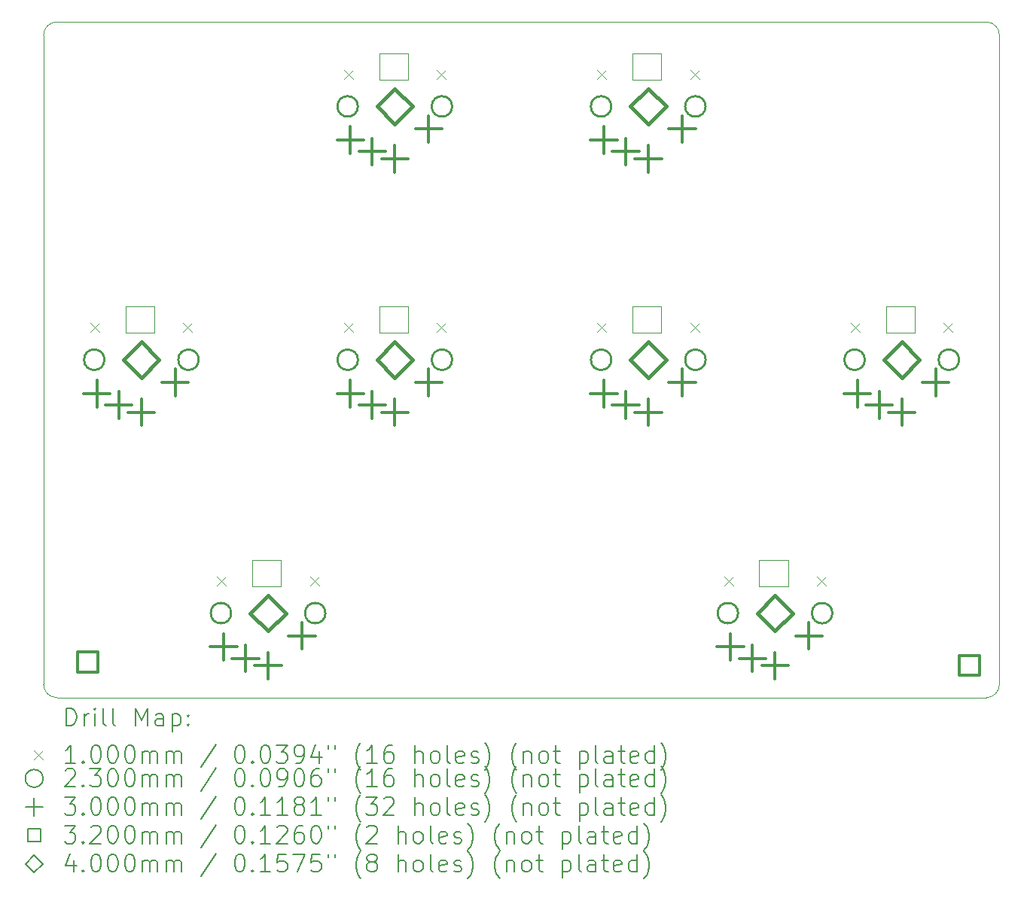
<source format=gbr>
%TF.GenerationSoftware,KiCad,Pcbnew,8.0.1-8.0.1-1~ubuntu22.04.1*%
%TF.CreationDate,2024-05-03T20:10:17-07:00*%
%TF.ProjectId,Seismos_4-Rhythm,53656973-6d6f-4735-9f34-2d5268797468,rev?*%
%TF.SameCoordinates,Original*%
%TF.FileFunction,Drillmap*%
%TF.FilePolarity,Positive*%
%FSLAX45Y45*%
G04 Gerber Fmt 4.5, Leading zero omitted, Abs format (unit mm)*
G04 Created by KiCad (PCBNEW 8.0.1-8.0.1-1~ubuntu22.04.1) date 2024-05-03 20:10:17*
%MOMM*%
%LPD*%
G01*
G04 APERTURE LIST*
%ADD10C,0.100000*%
%ADD11C,0.120000*%
%ADD12C,0.200000*%
%ADD13C,0.230000*%
%ADD14C,0.300000*%
%ADD15C,0.320000*%
%ADD16C,0.400000*%
G04 APERTURE END LIST*
D10*
X15415000Y-9830000D02*
X4965000Y-9830000D01*
X15565000Y-2380000D02*
X15565000Y-9680000D01*
X4815000Y-9680000D02*
X4815000Y-2380000D01*
X15415000Y-2230000D02*
G75*
G02*
X15565000Y-2380000I0J-150000D01*
G01*
X15565000Y-9680000D02*
G75*
G02*
X15415000Y-9830000I-150000J0D01*
G01*
X4965000Y-9830000D02*
G75*
G02*
X4815000Y-9680000I0J150000D01*
G01*
X4965000Y-2230000D02*
X15415000Y-2230000D01*
X4815000Y-2380000D02*
G75*
G02*
X4965000Y-2230000I150000J0D01*
G01*
D11*
X7487800Y-8579540D02*
X7163800Y-8579540D01*
X7163800Y-8280860D01*
X7487800Y-8280860D01*
X7487800Y-8579540D01*
X13187800Y-8579540D02*
X12863800Y-8579540D01*
X12863800Y-8280860D01*
X13187800Y-8280860D01*
X13187800Y-8579540D01*
X11762800Y-5729540D02*
X11438800Y-5729540D01*
X11438800Y-5430860D01*
X11762800Y-5430860D01*
X11762800Y-5729540D01*
X8912800Y-2879540D02*
X8588800Y-2879540D01*
X8588800Y-2580860D01*
X8912800Y-2580860D01*
X8912800Y-2879540D01*
X11762800Y-2879540D02*
X11438800Y-2879540D01*
X11438800Y-2580860D01*
X11762800Y-2580860D01*
X11762800Y-2879540D01*
X14612800Y-5729540D02*
X14288800Y-5729540D01*
X14288800Y-5430860D01*
X14612800Y-5430860D01*
X14612800Y-5729540D01*
X8912800Y-5729540D02*
X8588800Y-5729540D01*
X8588800Y-5430860D01*
X8912800Y-5430860D01*
X8912800Y-5729540D01*
X6062800Y-5729540D02*
X5738800Y-5729540D01*
X5738800Y-5430860D01*
X6062800Y-5430860D01*
X6062800Y-5729540D01*
D12*
D10*
X5343000Y-5618420D02*
X5443000Y-5718420D01*
X5443000Y-5618420D02*
X5343000Y-5718420D01*
X6387000Y-5618420D02*
X6487000Y-5718420D01*
X6487000Y-5618420D02*
X6387000Y-5718420D01*
X6768000Y-8468420D02*
X6868000Y-8568420D01*
X6868000Y-8468420D02*
X6768000Y-8568420D01*
X7812000Y-8468420D02*
X7912000Y-8568420D01*
X7912000Y-8468420D02*
X7812000Y-8568420D01*
X8193000Y-2768420D02*
X8293000Y-2868420D01*
X8293000Y-2768420D02*
X8193000Y-2868420D01*
X8193000Y-5618420D02*
X8293000Y-5718420D01*
X8293000Y-5618420D02*
X8193000Y-5718420D01*
X9237000Y-2768420D02*
X9337000Y-2868420D01*
X9337000Y-2768420D02*
X9237000Y-2868420D01*
X9237000Y-5618420D02*
X9337000Y-5718420D01*
X9337000Y-5618420D02*
X9237000Y-5718420D01*
X11043000Y-2768420D02*
X11143000Y-2868420D01*
X11143000Y-2768420D02*
X11043000Y-2868420D01*
X11043000Y-5618420D02*
X11143000Y-5718420D01*
X11143000Y-5618420D02*
X11043000Y-5718420D01*
X12087000Y-2768420D02*
X12187000Y-2868420D01*
X12187000Y-2768420D02*
X12087000Y-2868420D01*
X12087000Y-5618420D02*
X12187000Y-5718420D01*
X12187000Y-5618420D02*
X12087000Y-5718420D01*
X12468000Y-8468420D02*
X12568000Y-8568420D01*
X12568000Y-8468420D02*
X12468000Y-8568420D01*
X13512000Y-8468420D02*
X13612000Y-8568420D01*
X13612000Y-8468420D02*
X13512000Y-8568420D01*
X13893000Y-5618420D02*
X13993000Y-5718420D01*
X13993000Y-5618420D02*
X13893000Y-5718420D01*
X14937000Y-5618420D02*
X15037000Y-5718420D01*
X15037000Y-5618420D02*
X14937000Y-5718420D01*
D13*
X5500000Y-6030000D02*
G75*
G02*
X5270000Y-6030000I-115000J0D01*
G01*
X5270000Y-6030000D02*
G75*
G02*
X5500000Y-6030000I115000J0D01*
G01*
X6560000Y-6030000D02*
G75*
G02*
X6330000Y-6030000I-115000J0D01*
G01*
X6330000Y-6030000D02*
G75*
G02*
X6560000Y-6030000I115000J0D01*
G01*
X6925000Y-8880000D02*
G75*
G02*
X6695000Y-8880000I-115000J0D01*
G01*
X6695000Y-8880000D02*
G75*
G02*
X6925000Y-8880000I115000J0D01*
G01*
X7985000Y-8880000D02*
G75*
G02*
X7755000Y-8880000I-115000J0D01*
G01*
X7755000Y-8880000D02*
G75*
G02*
X7985000Y-8880000I115000J0D01*
G01*
X8350000Y-3180000D02*
G75*
G02*
X8120000Y-3180000I-115000J0D01*
G01*
X8120000Y-3180000D02*
G75*
G02*
X8350000Y-3180000I115000J0D01*
G01*
X8350000Y-6030000D02*
G75*
G02*
X8120000Y-6030000I-115000J0D01*
G01*
X8120000Y-6030000D02*
G75*
G02*
X8350000Y-6030000I115000J0D01*
G01*
X9410000Y-3180000D02*
G75*
G02*
X9180000Y-3180000I-115000J0D01*
G01*
X9180000Y-3180000D02*
G75*
G02*
X9410000Y-3180000I115000J0D01*
G01*
X9410000Y-6030000D02*
G75*
G02*
X9180000Y-6030000I-115000J0D01*
G01*
X9180000Y-6030000D02*
G75*
G02*
X9410000Y-6030000I115000J0D01*
G01*
X11200000Y-3180000D02*
G75*
G02*
X10970000Y-3180000I-115000J0D01*
G01*
X10970000Y-3180000D02*
G75*
G02*
X11200000Y-3180000I115000J0D01*
G01*
X11200000Y-6030000D02*
G75*
G02*
X10970000Y-6030000I-115000J0D01*
G01*
X10970000Y-6030000D02*
G75*
G02*
X11200000Y-6030000I115000J0D01*
G01*
X12260000Y-3180000D02*
G75*
G02*
X12030000Y-3180000I-115000J0D01*
G01*
X12030000Y-3180000D02*
G75*
G02*
X12260000Y-3180000I115000J0D01*
G01*
X12260000Y-6030000D02*
G75*
G02*
X12030000Y-6030000I-115000J0D01*
G01*
X12030000Y-6030000D02*
G75*
G02*
X12260000Y-6030000I115000J0D01*
G01*
X12625000Y-8880000D02*
G75*
G02*
X12395000Y-8880000I-115000J0D01*
G01*
X12395000Y-8880000D02*
G75*
G02*
X12625000Y-8880000I115000J0D01*
G01*
X13685000Y-8880000D02*
G75*
G02*
X13455000Y-8880000I-115000J0D01*
G01*
X13455000Y-8880000D02*
G75*
G02*
X13685000Y-8880000I115000J0D01*
G01*
X14050000Y-6030000D02*
G75*
G02*
X13820000Y-6030000I-115000J0D01*
G01*
X13820000Y-6030000D02*
G75*
G02*
X14050000Y-6030000I115000J0D01*
G01*
X15110000Y-6030000D02*
G75*
G02*
X14880000Y-6030000I-115000J0D01*
G01*
X14880000Y-6030000D02*
G75*
G02*
X15110000Y-6030000I115000J0D01*
G01*
D14*
X5415000Y-6260000D02*
X5415000Y-6560000D01*
X5265000Y-6410000D02*
X5565000Y-6410000D01*
X5661000Y-6388000D02*
X5661000Y-6688000D01*
X5511000Y-6538000D02*
X5811000Y-6538000D01*
X5915000Y-6470000D02*
X5915000Y-6770000D01*
X5765000Y-6620000D02*
X6065000Y-6620000D01*
X6296000Y-6134000D02*
X6296000Y-6434000D01*
X6146000Y-6284000D02*
X6446000Y-6284000D01*
X6840000Y-9110000D02*
X6840000Y-9410000D01*
X6690000Y-9260000D02*
X6990000Y-9260000D01*
X7086000Y-9238000D02*
X7086000Y-9538000D01*
X6936000Y-9388000D02*
X7236000Y-9388000D01*
X7340000Y-9320000D02*
X7340000Y-9620000D01*
X7190000Y-9470000D02*
X7490000Y-9470000D01*
X7721000Y-8984000D02*
X7721000Y-9284000D01*
X7571000Y-9134000D02*
X7871000Y-9134000D01*
X8265000Y-3410000D02*
X8265000Y-3710000D01*
X8115000Y-3560000D02*
X8415000Y-3560000D01*
X8265000Y-6260000D02*
X8265000Y-6560000D01*
X8115000Y-6410000D02*
X8415000Y-6410000D01*
X8511000Y-3538000D02*
X8511000Y-3838000D01*
X8361000Y-3688000D02*
X8661000Y-3688000D01*
X8511000Y-6388000D02*
X8511000Y-6688000D01*
X8361000Y-6538000D02*
X8661000Y-6538000D01*
X8765000Y-3620000D02*
X8765000Y-3920000D01*
X8615000Y-3770000D02*
X8915000Y-3770000D01*
X8765000Y-6470000D02*
X8765000Y-6770000D01*
X8615000Y-6620000D02*
X8915000Y-6620000D01*
X9146000Y-3284000D02*
X9146000Y-3584000D01*
X8996000Y-3434000D02*
X9296000Y-3434000D01*
X9146000Y-6134000D02*
X9146000Y-6434000D01*
X8996000Y-6284000D02*
X9296000Y-6284000D01*
X11115000Y-3410000D02*
X11115000Y-3710000D01*
X10965000Y-3560000D02*
X11265000Y-3560000D01*
X11115000Y-6260000D02*
X11115000Y-6560000D01*
X10965000Y-6410000D02*
X11265000Y-6410000D01*
X11361000Y-3538000D02*
X11361000Y-3838000D01*
X11211000Y-3688000D02*
X11511000Y-3688000D01*
X11361000Y-6388000D02*
X11361000Y-6688000D01*
X11211000Y-6538000D02*
X11511000Y-6538000D01*
X11615000Y-3620000D02*
X11615000Y-3920000D01*
X11465000Y-3770000D02*
X11765000Y-3770000D01*
X11615000Y-6470000D02*
X11615000Y-6770000D01*
X11465000Y-6620000D02*
X11765000Y-6620000D01*
X11996000Y-3284000D02*
X11996000Y-3584000D01*
X11846000Y-3434000D02*
X12146000Y-3434000D01*
X11996000Y-6134000D02*
X11996000Y-6434000D01*
X11846000Y-6284000D02*
X12146000Y-6284000D01*
X12540000Y-9110000D02*
X12540000Y-9410000D01*
X12390000Y-9260000D02*
X12690000Y-9260000D01*
X12786000Y-9238000D02*
X12786000Y-9538000D01*
X12636000Y-9388000D02*
X12936000Y-9388000D01*
X13040000Y-9320000D02*
X13040000Y-9620000D01*
X12890000Y-9470000D02*
X13190000Y-9470000D01*
X13421000Y-8984000D02*
X13421000Y-9284000D01*
X13271000Y-9134000D02*
X13571000Y-9134000D01*
X13965000Y-6260000D02*
X13965000Y-6560000D01*
X13815000Y-6410000D02*
X14115000Y-6410000D01*
X14211000Y-6388000D02*
X14211000Y-6688000D01*
X14061000Y-6538000D02*
X14361000Y-6538000D01*
X14465000Y-6470000D02*
X14465000Y-6770000D01*
X14315000Y-6620000D02*
X14615000Y-6620000D01*
X14846000Y-6134000D02*
X14846000Y-6434000D01*
X14696000Y-6284000D02*
X14996000Y-6284000D01*
D15*
X5423138Y-9543138D02*
X5423138Y-9316862D01*
X5196862Y-9316862D01*
X5196862Y-9543138D01*
X5423138Y-9543138D01*
X15342138Y-9582138D02*
X15342138Y-9355862D01*
X15115862Y-9355862D01*
X15115862Y-9582138D01*
X15342138Y-9582138D01*
D16*
X5915000Y-6230000D02*
X6115000Y-6030000D01*
X5915000Y-5830000D01*
X5715000Y-6030000D01*
X5915000Y-6230000D01*
X7340000Y-9080000D02*
X7540000Y-8880000D01*
X7340000Y-8680000D01*
X7140000Y-8880000D01*
X7340000Y-9080000D01*
X8765000Y-3380000D02*
X8965000Y-3180000D01*
X8765000Y-2980000D01*
X8565000Y-3180000D01*
X8765000Y-3380000D01*
X8765000Y-6230000D02*
X8965000Y-6030000D01*
X8765000Y-5830000D01*
X8565000Y-6030000D01*
X8765000Y-6230000D01*
X11615000Y-3380000D02*
X11815000Y-3180000D01*
X11615000Y-2980000D01*
X11415000Y-3180000D01*
X11615000Y-3380000D01*
X11615000Y-6230000D02*
X11815000Y-6030000D01*
X11615000Y-5830000D01*
X11415000Y-6030000D01*
X11615000Y-6230000D01*
X13040000Y-9080000D02*
X13240000Y-8880000D01*
X13040000Y-8680000D01*
X12840000Y-8880000D01*
X13040000Y-9080000D01*
X14465000Y-6230000D02*
X14665000Y-6030000D01*
X14465000Y-5830000D01*
X14265000Y-6030000D01*
X14465000Y-6230000D01*
D12*
X5070777Y-10146484D02*
X5070777Y-9946484D01*
X5070777Y-9946484D02*
X5118396Y-9946484D01*
X5118396Y-9946484D02*
X5146967Y-9956008D01*
X5146967Y-9956008D02*
X5166015Y-9975055D01*
X5166015Y-9975055D02*
X5175539Y-9994103D01*
X5175539Y-9994103D02*
X5185063Y-10032198D01*
X5185063Y-10032198D02*
X5185063Y-10060770D01*
X5185063Y-10060770D02*
X5175539Y-10098865D01*
X5175539Y-10098865D02*
X5166015Y-10117912D01*
X5166015Y-10117912D02*
X5146967Y-10136960D01*
X5146967Y-10136960D02*
X5118396Y-10146484D01*
X5118396Y-10146484D02*
X5070777Y-10146484D01*
X5270777Y-10146484D02*
X5270777Y-10013150D01*
X5270777Y-10051246D02*
X5280301Y-10032198D01*
X5280301Y-10032198D02*
X5289824Y-10022674D01*
X5289824Y-10022674D02*
X5308872Y-10013150D01*
X5308872Y-10013150D02*
X5327920Y-10013150D01*
X5394586Y-10146484D02*
X5394586Y-10013150D01*
X5394586Y-9946484D02*
X5385063Y-9956008D01*
X5385063Y-9956008D02*
X5394586Y-9965531D01*
X5394586Y-9965531D02*
X5404110Y-9956008D01*
X5404110Y-9956008D02*
X5394586Y-9946484D01*
X5394586Y-9946484D02*
X5394586Y-9965531D01*
X5518396Y-10146484D02*
X5499348Y-10136960D01*
X5499348Y-10136960D02*
X5489824Y-10117912D01*
X5489824Y-10117912D02*
X5489824Y-9946484D01*
X5623158Y-10146484D02*
X5604110Y-10136960D01*
X5604110Y-10136960D02*
X5594586Y-10117912D01*
X5594586Y-10117912D02*
X5594586Y-9946484D01*
X5851729Y-10146484D02*
X5851729Y-9946484D01*
X5851729Y-9946484D02*
X5918396Y-10089341D01*
X5918396Y-10089341D02*
X5985062Y-9946484D01*
X5985062Y-9946484D02*
X5985062Y-10146484D01*
X6166015Y-10146484D02*
X6166015Y-10041722D01*
X6166015Y-10041722D02*
X6156491Y-10022674D01*
X6156491Y-10022674D02*
X6137443Y-10013150D01*
X6137443Y-10013150D02*
X6099348Y-10013150D01*
X6099348Y-10013150D02*
X6080301Y-10022674D01*
X6166015Y-10136960D02*
X6146967Y-10146484D01*
X6146967Y-10146484D02*
X6099348Y-10146484D01*
X6099348Y-10146484D02*
X6080301Y-10136960D01*
X6080301Y-10136960D02*
X6070777Y-10117912D01*
X6070777Y-10117912D02*
X6070777Y-10098865D01*
X6070777Y-10098865D02*
X6080301Y-10079817D01*
X6080301Y-10079817D02*
X6099348Y-10070293D01*
X6099348Y-10070293D02*
X6146967Y-10070293D01*
X6146967Y-10070293D02*
X6166015Y-10060770D01*
X6261253Y-10013150D02*
X6261253Y-10213150D01*
X6261253Y-10022674D02*
X6280301Y-10013150D01*
X6280301Y-10013150D02*
X6318396Y-10013150D01*
X6318396Y-10013150D02*
X6337443Y-10022674D01*
X6337443Y-10022674D02*
X6346967Y-10032198D01*
X6346967Y-10032198D02*
X6356491Y-10051246D01*
X6356491Y-10051246D02*
X6356491Y-10108389D01*
X6356491Y-10108389D02*
X6346967Y-10127436D01*
X6346967Y-10127436D02*
X6337443Y-10136960D01*
X6337443Y-10136960D02*
X6318396Y-10146484D01*
X6318396Y-10146484D02*
X6280301Y-10146484D01*
X6280301Y-10146484D02*
X6261253Y-10136960D01*
X6442205Y-10127436D02*
X6451729Y-10136960D01*
X6451729Y-10136960D02*
X6442205Y-10146484D01*
X6442205Y-10146484D02*
X6432682Y-10136960D01*
X6432682Y-10136960D02*
X6442205Y-10127436D01*
X6442205Y-10127436D02*
X6442205Y-10146484D01*
X6442205Y-10022674D02*
X6451729Y-10032198D01*
X6451729Y-10032198D02*
X6442205Y-10041722D01*
X6442205Y-10041722D02*
X6432682Y-10032198D01*
X6432682Y-10032198D02*
X6442205Y-10022674D01*
X6442205Y-10022674D02*
X6442205Y-10041722D01*
D10*
X4710000Y-10425000D02*
X4810000Y-10525000D01*
X4810000Y-10425000D02*
X4710000Y-10525000D01*
D12*
X5175539Y-10566484D02*
X5061253Y-10566484D01*
X5118396Y-10566484D02*
X5118396Y-10366484D01*
X5118396Y-10366484D02*
X5099348Y-10395055D01*
X5099348Y-10395055D02*
X5080301Y-10414103D01*
X5080301Y-10414103D02*
X5061253Y-10423627D01*
X5261253Y-10547436D02*
X5270777Y-10556960D01*
X5270777Y-10556960D02*
X5261253Y-10566484D01*
X5261253Y-10566484D02*
X5251729Y-10556960D01*
X5251729Y-10556960D02*
X5261253Y-10547436D01*
X5261253Y-10547436D02*
X5261253Y-10566484D01*
X5394586Y-10366484D02*
X5413634Y-10366484D01*
X5413634Y-10366484D02*
X5432682Y-10376008D01*
X5432682Y-10376008D02*
X5442205Y-10385531D01*
X5442205Y-10385531D02*
X5451729Y-10404579D01*
X5451729Y-10404579D02*
X5461253Y-10442674D01*
X5461253Y-10442674D02*
X5461253Y-10490293D01*
X5461253Y-10490293D02*
X5451729Y-10528389D01*
X5451729Y-10528389D02*
X5442205Y-10547436D01*
X5442205Y-10547436D02*
X5432682Y-10556960D01*
X5432682Y-10556960D02*
X5413634Y-10566484D01*
X5413634Y-10566484D02*
X5394586Y-10566484D01*
X5394586Y-10566484D02*
X5375539Y-10556960D01*
X5375539Y-10556960D02*
X5366015Y-10547436D01*
X5366015Y-10547436D02*
X5356491Y-10528389D01*
X5356491Y-10528389D02*
X5346967Y-10490293D01*
X5346967Y-10490293D02*
X5346967Y-10442674D01*
X5346967Y-10442674D02*
X5356491Y-10404579D01*
X5356491Y-10404579D02*
X5366015Y-10385531D01*
X5366015Y-10385531D02*
X5375539Y-10376008D01*
X5375539Y-10376008D02*
X5394586Y-10366484D01*
X5585063Y-10366484D02*
X5604110Y-10366484D01*
X5604110Y-10366484D02*
X5623158Y-10376008D01*
X5623158Y-10376008D02*
X5632682Y-10385531D01*
X5632682Y-10385531D02*
X5642205Y-10404579D01*
X5642205Y-10404579D02*
X5651729Y-10442674D01*
X5651729Y-10442674D02*
X5651729Y-10490293D01*
X5651729Y-10490293D02*
X5642205Y-10528389D01*
X5642205Y-10528389D02*
X5632682Y-10547436D01*
X5632682Y-10547436D02*
X5623158Y-10556960D01*
X5623158Y-10556960D02*
X5604110Y-10566484D01*
X5604110Y-10566484D02*
X5585063Y-10566484D01*
X5585063Y-10566484D02*
X5566015Y-10556960D01*
X5566015Y-10556960D02*
X5556491Y-10547436D01*
X5556491Y-10547436D02*
X5546967Y-10528389D01*
X5546967Y-10528389D02*
X5537444Y-10490293D01*
X5537444Y-10490293D02*
X5537444Y-10442674D01*
X5537444Y-10442674D02*
X5546967Y-10404579D01*
X5546967Y-10404579D02*
X5556491Y-10385531D01*
X5556491Y-10385531D02*
X5566015Y-10376008D01*
X5566015Y-10376008D02*
X5585063Y-10366484D01*
X5775539Y-10366484D02*
X5794586Y-10366484D01*
X5794586Y-10366484D02*
X5813634Y-10376008D01*
X5813634Y-10376008D02*
X5823158Y-10385531D01*
X5823158Y-10385531D02*
X5832682Y-10404579D01*
X5832682Y-10404579D02*
X5842205Y-10442674D01*
X5842205Y-10442674D02*
X5842205Y-10490293D01*
X5842205Y-10490293D02*
X5832682Y-10528389D01*
X5832682Y-10528389D02*
X5823158Y-10547436D01*
X5823158Y-10547436D02*
X5813634Y-10556960D01*
X5813634Y-10556960D02*
X5794586Y-10566484D01*
X5794586Y-10566484D02*
X5775539Y-10566484D01*
X5775539Y-10566484D02*
X5756491Y-10556960D01*
X5756491Y-10556960D02*
X5746967Y-10547436D01*
X5746967Y-10547436D02*
X5737443Y-10528389D01*
X5737443Y-10528389D02*
X5727920Y-10490293D01*
X5727920Y-10490293D02*
X5727920Y-10442674D01*
X5727920Y-10442674D02*
X5737443Y-10404579D01*
X5737443Y-10404579D02*
X5746967Y-10385531D01*
X5746967Y-10385531D02*
X5756491Y-10376008D01*
X5756491Y-10376008D02*
X5775539Y-10366484D01*
X5927920Y-10566484D02*
X5927920Y-10433150D01*
X5927920Y-10452198D02*
X5937443Y-10442674D01*
X5937443Y-10442674D02*
X5956491Y-10433150D01*
X5956491Y-10433150D02*
X5985063Y-10433150D01*
X5985063Y-10433150D02*
X6004110Y-10442674D01*
X6004110Y-10442674D02*
X6013634Y-10461722D01*
X6013634Y-10461722D02*
X6013634Y-10566484D01*
X6013634Y-10461722D02*
X6023158Y-10442674D01*
X6023158Y-10442674D02*
X6042205Y-10433150D01*
X6042205Y-10433150D02*
X6070777Y-10433150D01*
X6070777Y-10433150D02*
X6089824Y-10442674D01*
X6089824Y-10442674D02*
X6099348Y-10461722D01*
X6099348Y-10461722D02*
X6099348Y-10566484D01*
X6194586Y-10566484D02*
X6194586Y-10433150D01*
X6194586Y-10452198D02*
X6204110Y-10442674D01*
X6204110Y-10442674D02*
X6223158Y-10433150D01*
X6223158Y-10433150D02*
X6251729Y-10433150D01*
X6251729Y-10433150D02*
X6270777Y-10442674D01*
X6270777Y-10442674D02*
X6280301Y-10461722D01*
X6280301Y-10461722D02*
X6280301Y-10566484D01*
X6280301Y-10461722D02*
X6289824Y-10442674D01*
X6289824Y-10442674D02*
X6308872Y-10433150D01*
X6308872Y-10433150D02*
X6337443Y-10433150D01*
X6337443Y-10433150D02*
X6356491Y-10442674D01*
X6356491Y-10442674D02*
X6366015Y-10461722D01*
X6366015Y-10461722D02*
X6366015Y-10566484D01*
X6756491Y-10356960D02*
X6585063Y-10614103D01*
X7013634Y-10366484D02*
X7032682Y-10366484D01*
X7032682Y-10366484D02*
X7051729Y-10376008D01*
X7051729Y-10376008D02*
X7061253Y-10385531D01*
X7061253Y-10385531D02*
X7070777Y-10404579D01*
X7070777Y-10404579D02*
X7080301Y-10442674D01*
X7080301Y-10442674D02*
X7080301Y-10490293D01*
X7080301Y-10490293D02*
X7070777Y-10528389D01*
X7070777Y-10528389D02*
X7061253Y-10547436D01*
X7061253Y-10547436D02*
X7051729Y-10556960D01*
X7051729Y-10556960D02*
X7032682Y-10566484D01*
X7032682Y-10566484D02*
X7013634Y-10566484D01*
X7013634Y-10566484D02*
X6994586Y-10556960D01*
X6994586Y-10556960D02*
X6985063Y-10547436D01*
X6985063Y-10547436D02*
X6975539Y-10528389D01*
X6975539Y-10528389D02*
X6966015Y-10490293D01*
X6966015Y-10490293D02*
X6966015Y-10442674D01*
X6966015Y-10442674D02*
X6975539Y-10404579D01*
X6975539Y-10404579D02*
X6985063Y-10385531D01*
X6985063Y-10385531D02*
X6994586Y-10376008D01*
X6994586Y-10376008D02*
X7013634Y-10366484D01*
X7166015Y-10547436D02*
X7175539Y-10556960D01*
X7175539Y-10556960D02*
X7166015Y-10566484D01*
X7166015Y-10566484D02*
X7156491Y-10556960D01*
X7156491Y-10556960D02*
X7166015Y-10547436D01*
X7166015Y-10547436D02*
X7166015Y-10566484D01*
X7299348Y-10366484D02*
X7318396Y-10366484D01*
X7318396Y-10366484D02*
X7337444Y-10376008D01*
X7337444Y-10376008D02*
X7346967Y-10385531D01*
X7346967Y-10385531D02*
X7356491Y-10404579D01*
X7356491Y-10404579D02*
X7366015Y-10442674D01*
X7366015Y-10442674D02*
X7366015Y-10490293D01*
X7366015Y-10490293D02*
X7356491Y-10528389D01*
X7356491Y-10528389D02*
X7346967Y-10547436D01*
X7346967Y-10547436D02*
X7337444Y-10556960D01*
X7337444Y-10556960D02*
X7318396Y-10566484D01*
X7318396Y-10566484D02*
X7299348Y-10566484D01*
X7299348Y-10566484D02*
X7280301Y-10556960D01*
X7280301Y-10556960D02*
X7270777Y-10547436D01*
X7270777Y-10547436D02*
X7261253Y-10528389D01*
X7261253Y-10528389D02*
X7251729Y-10490293D01*
X7251729Y-10490293D02*
X7251729Y-10442674D01*
X7251729Y-10442674D02*
X7261253Y-10404579D01*
X7261253Y-10404579D02*
X7270777Y-10385531D01*
X7270777Y-10385531D02*
X7280301Y-10376008D01*
X7280301Y-10376008D02*
X7299348Y-10366484D01*
X7432682Y-10366484D02*
X7556491Y-10366484D01*
X7556491Y-10366484D02*
X7489825Y-10442674D01*
X7489825Y-10442674D02*
X7518396Y-10442674D01*
X7518396Y-10442674D02*
X7537444Y-10452198D01*
X7537444Y-10452198D02*
X7546967Y-10461722D01*
X7546967Y-10461722D02*
X7556491Y-10480770D01*
X7556491Y-10480770D02*
X7556491Y-10528389D01*
X7556491Y-10528389D02*
X7546967Y-10547436D01*
X7546967Y-10547436D02*
X7537444Y-10556960D01*
X7537444Y-10556960D02*
X7518396Y-10566484D01*
X7518396Y-10566484D02*
X7461253Y-10566484D01*
X7461253Y-10566484D02*
X7442206Y-10556960D01*
X7442206Y-10556960D02*
X7432682Y-10547436D01*
X7651729Y-10566484D02*
X7689825Y-10566484D01*
X7689825Y-10566484D02*
X7708872Y-10556960D01*
X7708872Y-10556960D02*
X7718396Y-10547436D01*
X7718396Y-10547436D02*
X7737444Y-10518865D01*
X7737444Y-10518865D02*
X7746967Y-10480770D01*
X7746967Y-10480770D02*
X7746967Y-10404579D01*
X7746967Y-10404579D02*
X7737444Y-10385531D01*
X7737444Y-10385531D02*
X7727920Y-10376008D01*
X7727920Y-10376008D02*
X7708872Y-10366484D01*
X7708872Y-10366484D02*
X7670777Y-10366484D01*
X7670777Y-10366484D02*
X7651729Y-10376008D01*
X7651729Y-10376008D02*
X7642206Y-10385531D01*
X7642206Y-10385531D02*
X7632682Y-10404579D01*
X7632682Y-10404579D02*
X7632682Y-10452198D01*
X7632682Y-10452198D02*
X7642206Y-10471246D01*
X7642206Y-10471246D02*
X7651729Y-10480770D01*
X7651729Y-10480770D02*
X7670777Y-10490293D01*
X7670777Y-10490293D02*
X7708872Y-10490293D01*
X7708872Y-10490293D02*
X7727920Y-10480770D01*
X7727920Y-10480770D02*
X7737444Y-10471246D01*
X7737444Y-10471246D02*
X7746967Y-10452198D01*
X7918396Y-10433150D02*
X7918396Y-10566484D01*
X7870777Y-10356960D02*
X7823158Y-10499817D01*
X7823158Y-10499817D02*
X7946967Y-10499817D01*
X8013634Y-10366484D02*
X8013634Y-10404579D01*
X8089825Y-10366484D02*
X8089825Y-10404579D01*
X8385063Y-10642674D02*
X8375539Y-10633150D01*
X8375539Y-10633150D02*
X8356491Y-10604579D01*
X8356491Y-10604579D02*
X8346968Y-10585531D01*
X8346968Y-10585531D02*
X8337444Y-10556960D01*
X8337444Y-10556960D02*
X8327920Y-10509341D01*
X8327920Y-10509341D02*
X8327920Y-10471246D01*
X8327920Y-10471246D02*
X8337444Y-10423627D01*
X8337444Y-10423627D02*
X8346968Y-10395055D01*
X8346968Y-10395055D02*
X8356491Y-10376008D01*
X8356491Y-10376008D02*
X8375539Y-10347436D01*
X8375539Y-10347436D02*
X8385063Y-10337912D01*
X8566015Y-10566484D02*
X8451730Y-10566484D01*
X8508872Y-10566484D02*
X8508872Y-10366484D01*
X8508872Y-10366484D02*
X8489825Y-10395055D01*
X8489825Y-10395055D02*
X8470777Y-10414103D01*
X8470777Y-10414103D02*
X8451730Y-10423627D01*
X8737444Y-10366484D02*
X8699349Y-10366484D01*
X8699349Y-10366484D02*
X8680301Y-10376008D01*
X8680301Y-10376008D02*
X8670777Y-10385531D01*
X8670777Y-10385531D02*
X8651730Y-10414103D01*
X8651730Y-10414103D02*
X8642206Y-10452198D01*
X8642206Y-10452198D02*
X8642206Y-10528389D01*
X8642206Y-10528389D02*
X8651730Y-10547436D01*
X8651730Y-10547436D02*
X8661253Y-10556960D01*
X8661253Y-10556960D02*
X8680301Y-10566484D01*
X8680301Y-10566484D02*
X8718396Y-10566484D01*
X8718396Y-10566484D02*
X8737444Y-10556960D01*
X8737444Y-10556960D02*
X8746968Y-10547436D01*
X8746968Y-10547436D02*
X8756491Y-10528389D01*
X8756491Y-10528389D02*
X8756491Y-10480770D01*
X8756491Y-10480770D02*
X8746968Y-10461722D01*
X8746968Y-10461722D02*
X8737444Y-10452198D01*
X8737444Y-10452198D02*
X8718396Y-10442674D01*
X8718396Y-10442674D02*
X8680301Y-10442674D01*
X8680301Y-10442674D02*
X8661253Y-10452198D01*
X8661253Y-10452198D02*
X8651730Y-10461722D01*
X8651730Y-10461722D02*
X8642206Y-10480770D01*
X8994587Y-10566484D02*
X8994587Y-10366484D01*
X9080301Y-10566484D02*
X9080301Y-10461722D01*
X9080301Y-10461722D02*
X9070777Y-10442674D01*
X9070777Y-10442674D02*
X9051730Y-10433150D01*
X9051730Y-10433150D02*
X9023158Y-10433150D01*
X9023158Y-10433150D02*
X9004111Y-10442674D01*
X9004111Y-10442674D02*
X8994587Y-10452198D01*
X9204111Y-10566484D02*
X9185063Y-10556960D01*
X9185063Y-10556960D02*
X9175539Y-10547436D01*
X9175539Y-10547436D02*
X9166015Y-10528389D01*
X9166015Y-10528389D02*
X9166015Y-10471246D01*
X9166015Y-10471246D02*
X9175539Y-10452198D01*
X9175539Y-10452198D02*
X9185063Y-10442674D01*
X9185063Y-10442674D02*
X9204111Y-10433150D01*
X9204111Y-10433150D02*
X9232682Y-10433150D01*
X9232682Y-10433150D02*
X9251730Y-10442674D01*
X9251730Y-10442674D02*
X9261253Y-10452198D01*
X9261253Y-10452198D02*
X9270777Y-10471246D01*
X9270777Y-10471246D02*
X9270777Y-10528389D01*
X9270777Y-10528389D02*
X9261253Y-10547436D01*
X9261253Y-10547436D02*
X9251730Y-10556960D01*
X9251730Y-10556960D02*
X9232682Y-10566484D01*
X9232682Y-10566484D02*
X9204111Y-10566484D01*
X9385063Y-10566484D02*
X9366015Y-10556960D01*
X9366015Y-10556960D02*
X9356492Y-10537912D01*
X9356492Y-10537912D02*
X9356492Y-10366484D01*
X9537444Y-10556960D02*
X9518396Y-10566484D01*
X9518396Y-10566484D02*
X9480301Y-10566484D01*
X9480301Y-10566484D02*
X9461253Y-10556960D01*
X9461253Y-10556960D02*
X9451730Y-10537912D01*
X9451730Y-10537912D02*
X9451730Y-10461722D01*
X9451730Y-10461722D02*
X9461253Y-10442674D01*
X9461253Y-10442674D02*
X9480301Y-10433150D01*
X9480301Y-10433150D02*
X9518396Y-10433150D01*
X9518396Y-10433150D02*
X9537444Y-10442674D01*
X9537444Y-10442674D02*
X9546968Y-10461722D01*
X9546968Y-10461722D02*
X9546968Y-10480770D01*
X9546968Y-10480770D02*
X9451730Y-10499817D01*
X9623158Y-10556960D02*
X9642206Y-10566484D01*
X9642206Y-10566484D02*
X9680301Y-10566484D01*
X9680301Y-10566484D02*
X9699349Y-10556960D01*
X9699349Y-10556960D02*
X9708873Y-10537912D01*
X9708873Y-10537912D02*
X9708873Y-10528389D01*
X9708873Y-10528389D02*
X9699349Y-10509341D01*
X9699349Y-10509341D02*
X9680301Y-10499817D01*
X9680301Y-10499817D02*
X9651730Y-10499817D01*
X9651730Y-10499817D02*
X9632682Y-10490293D01*
X9632682Y-10490293D02*
X9623158Y-10471246D01*
X9623158Y-10471246D02*
X9623158Y-10461722D01*
X9623158Y-10461722D02*
X9632682Y-10442674D01*
X9632682Y-10442674D02*
X9651730Y-10433150D01*
X9651730Y-10433150D02*
X9680301Y-10433150D01*
X9680301Y-10433150D02*
X9699349Y-10442674D01*
X9775539Y-10642674D02*
X9785063Y-10633150D01*
X9785063Y-10633150D02*
X9804111Y-10604579D01*
X9804111Y-10604579D02*
X9813634Y-10585531D01*
X9813634Y-10585531D02*
X9823158Y-10556960D01*
X9823158Y-10556960D02*
X9832682Y-10509341D01*
X9832682Y-10509341D02*
X9832682Y-10471246D01*
X9832682Y-10471246D02*
X9823158Y-10423627D01*
X9823158Y-10423627D02*
X9813634Y-10395055D01*
X9813634Y-10395055D02*
X9804111Y-10376008D01*
X9804111Y-10376008D02*
X9785063Y-10347436D01*
X9785063Y-10347436D02*
X9775539Y-10337912D01*
X10137444Y-10642674D02*
X10127920Y-10633150D01*
X10127920Y-10633150D02*
X10108873Y-10604579D01*
X10108873Y-10604579D02*
X10099349Y-10585531D01*
X10099349Y-10585531D02*
X10089825Y-10556960D01*
X10089825Y-10556960D02*
X10080301Y-10509341D01*
X10080301Y-10509341D02*
X10080301Y-10471246D01*
X10080301Y-10471246D02*
X10089825Y-10423627D01*
X10089825Y-10423627D02*
X10099349Y-10395055D01*
X10099349Y-10395055D02*
X10108873Y-10376008D01*
X10108873Y-10376008D02*
X10127920Y-10347436D01*
X10127920Y-10347436D02*
X10137444Y-10337912D01*
X10213634Y-10433150D02*
X10213634Y-10566484D01*
X10213634Y-10452198D02*
X10223158Y-10442674D01*
X10223158Y-10442674D02*
X10242206Y-10433150D01*
X10242206Y-10433150D02*
X10270777Y-10433150D01*
X10270777Y-10433150D02*
X10289825Y-10442674D01*
X10289825Y-10442674D02*
X10299349Y-10461722D01*
X10299349Y-10461722D02*
X10299349Y-10566484D01*
X10423158Y-10566484D02*
X10404111Y-10556960D01*
X10404111Y-10556960D02*
X10394587Y-10547436D01*
X10394587Y-10547436D02*
X10385063Y-10528389D01*
X10385063Y-10528389D02*
X10385063Y-10471246D01*
X10385063Y-10471246D02*
X10394587Y-10452198D01*
X10394587Y-10452198D02*
X10404111Y-10442674D01*
X10404111Y-10442674D02*
X10423158Y-10433150D01*
X10423158Y-10433150D02*
X10451730Y-10433150D01*
X10451730Y-10433150D02*
X10470777Y-10442674D01*
X10470777Y-10442674D02*
X10480301Y-10452198D01*
X10480301Y-10452198D02*
X10489825Y-10471246D01*
X10489825Y-10471246D02*
X10489825Y-10528389D01*
X10489825Y-10528389D02*
X10480301Y-10547436D01*
X10480301Y-10547436D02*
X10470777Y-10556960D01*
X10470777Y-10556960D02*
X10451730Y-10566484D01*
X10451730Y-10566484D02*
X10423158Y-10566484D01*
X10546968Y-10433150D02*
X10623158Y-10433150D01*
X10575539Y-10366484D02*
X10575539Y-10537912D01*
X10575539Y-10537912D02*
X10585063Y-10556960D01*
X10585063Y-10556960D02*
X10604111Y-10566484D01*
X10604111Y-10566484D02*
X10623158Y-10566484D01*
X10842206Y-10433150D02*
X10842206Y-10633150D01*
X10842206Y-10442674D02*
X10861254Y-10433150D01*
X10861254Y-10433150D02*
X10899349Y-10433150D01*
X10899349Y-10433150D02*
X10918396Y-10442674D01*
X10918396Y-10442674D02*
X10927920Y-10452198D01*
X10927920Y-10452198D02*
X10937444Y-10471246D01*
X10937444Y-10471246D02*
X10937444Y-10528389D01*
X10937444Y-10528389D02*
X10927920Y-10547436D01*
X10927920Y-10547436D02*
X10918396Y-10556960D01*
X10918396Y-10556960D02*
X10899349Y-10566484D01*
X10899349Y-10566484D02*
X10861254Y-10566484D01*
X10861254Y-10566484D02*
X10842206Y-10556960D01*
X11051730Y-10566484D02*
X11032682Y-10556960D01*
X11032682Y-10556960D02*
X11023158Y-10537912D01*
X11023158Y-10537912D02*
X11023158Y-10366484D01*
X11213634Y-10566484D02*
X11213634Y-10461722D01*
X11213634Y-10461722D02*
X11204111Y-10442674D01*
X11204111Y-10442674D02*
X11185063Y-10433150D01*
X11185063Y-10433150D02*
X11146968Y-10433150D01*
X11146968Y-10433150D02*
X11127920Y-10442674D01*
X11213634Y-10556960D02*
X11194587Y-10566484D01*
X11194587Y-10566484D02*
X11146968Y-10566484D01*
X11146968Y-10566484D02*
X11127920Y-10556960D01*
X11127920Y-10556960D02*
X11118396Y-10537912D01*
X11118396Y-10537912D02*
X11118396Y-10518865D01*
X11118396Y-10518865D02*
X11127920Y-10499817D01*
X11127920Y-10499817D02*
X11146968Y-10490293D01*
X11146968Y-10490293D02*
X11194587Y-10490293D01*
X11194587Y-10490293D02*
X11213634Y-10480770D01*
X11280301Y-10433150D02*
X11356492Y-10433150D01*
X11308873Y-10366484D02*
X11308873Y-10537912D01*
X11308873Y-10537912D02*
X11318396Y-10556960D01*
X11318396Y-10556960D02*
X11337444Y-10566484D01*
X11337444Y-10566484D02*
X11356492Y-10566484D01*
X11499349Y-10556960D02*
X11480301Y-10566484D01*
X11480301Y-10566484D02*
X11442206Y-10566484D01*
X11442206Y-10566484D02*
X11423158Y-10556960D01*
X11423158Y-10556960D02*
X11413634Y-10537912D01*
X11413634Y-10537912D02*
X11413634Y-10461722D01*
X11413634Y-10461722D02*
X11423158Y-10442674D01*
X11423158Y-10442674D02*
X11442206Y-10433150D01*
X11442206Y-10433150D02*
X11480301Y-10433150D01*
X11480301Y-10433150D02*
X11499349Y-10442674D01*
X11499349Y-10442674D02*
X11508873Y-10461722D01*
X11508873Y-10461722D02*
X11508873Y-10480770D01*
X11508873Y-10480770D02*
X11413634Y-10499817D01*
X11680301Y-10566484D02*
X11680301Y-10366484D01*
X11680301Y-10556960D02*
X11661254Y-10566484D01*
X11661254Y-10566484D02*
X11623158Y-10566484D01*
X11623158Y-10566484D02*
X11604111Y-10556960D01*
X11604111Y-10556960D02*
X11594587Y-10547436D01*
X11594587Y-10547436D02*
X11585063Y-10528389D01*
X11585063Y-10528389D02*
X11585063Y-10471246D01*
X11585063Y-10471246D02*
X11594587Y-10452198D01*
X11594587Y-10452198D02*
X11604111Y-10442674D01*
X11604111Y-10442674D02*
X11623158Y-10433150D01*
X11623158Y-10433150D02*
X11661254Y-10433150D01*
X11661254Y-10433150D02*
X11680301Y-10442674D01*
X11756492Y-10642674D02*
X11766015Y-10633150D01*
X11766015Y-10633150D02*
X11785063Y-10604579D01*
X11785063Y-10604579D02*
X11794587Y-10585531D01*
X11794587Y-10585531D02*
X11804111Y-10556960D01*
X11804111Y-10556960D02*
X11813634Y-10509341D01*
X11813634Y-10509341D02*
X11813634Y-10471246D01*
X11813634Y-10471246D02*
X11804111Y-10423627D01*
X11804111Y-10423627D02*
X11794587Y-10395055D01*
X11794587Y-10395055D02*
X11785063Y-10376008D01*
X11785063Y-10376008D02*
X11766015Y-10347436D01*
X11766015Y-10347436D02*
X11756492Y-10337912D01*
X4810000Y-10739000D02*
G75*
G02*
X4610000Y-10739000I-100000J0D01*
G01*
X4610000Y-10739000D02*
G75*
G02*
X4810000Y-10739000I100000J0D01*
G01*
X5061253Y-10649531D02*
X5070777Y-10640008D01*
X5070777Y-10640008D02*
X5089824Y-10630484D01*
X5089824Y-10630484D02*
X5137444Y-10630484D01*
X5137444Y-10630484D02*
X5156491Y-10640008D01*
X5156491Y-10640008D02*
X5166015Y-10649531D01*
X5166015Y-10649531D02*
X5175539Y-10668579D01*
X5175539Y-10668579D02*
X5175539Y-10687627D01*
X5175539Y-10687627D02*
X5166015Y-10716198D01*
X5166015Y-10716198D02*
X5051729Y-10830484D01*
X5051729Y-10830484D02*
X5175539Y-10830484D01*
X5261253Y-10811436D02*
X5270777Y-10820960D01*
X5270777Y-10820960D02*
X5261253Y-10830484D01*
X5261253Y-10830484D02*
X5251729Y-10820960D01*
X5251729Y-10820960D02*
X5261253Y-10811436D01*
X5261253Y-10811436D02*
X5261253Y-10830484D01*
X5337444Y-10630484D02*
X5461253Y-10630484D01*
X5461253Y-10630484D02*
X5394586Y-10706674D01*
X5394586Y-10706674D02*
X5423158Y-10706674D01*
X5423158Y-10706674D02*
X5442205Y-10716198D01*
X5442205Y-10716198D02*
X5451729Y-10725722D01*
X5451729Y-10725722D02*
X5461253Y-10744770D01*
X5461253Y-10744770D02*
X5461253Y-10792389D01*
X5461253Y-10792389D02*
X5451729Y-10811436D01*
X5451729Y-10811436D02*
X5442205Y-10820960D01*
X5442205Y-10820960D02*
X5423158Y-10830484D01*
X5423158Y-10830484D02*
X5366015Y-10830484D01*
X5366015Y-10830484D02*
X5346967Y-10820960D01*
X5346967Y-10820960D02*
X5337444Y-10811436D01*
X5585063Y-10630484D02*
X5604110Y-10630484D01*
X5604110Y-10630484D02*
X5623158Y-10640008D01*
X5623158Y-10640008D02*
X5632682Y-10649531D01*
X5632682Y-10649531D02*
X5642205Y-10668579D01*
X5642205Y-10668579D02*
X5651729Y-10706674D01*
X5651729Y-10706674D02*
X5651729Y-10754293D01*
X5651729Y-10754293D02*
X5642205Y-10792389D01*
X5642205Y-10792389D02*
X5632682Y-10811436D01*
X5632682Y-10811436D02*
X5623158Y-10820960D01*
X5623158Y-10820960D02*
X5604110Y-10830484D01*
X5604110Y-10830484D02*
X5585063Y-10830484D01*
X5585063Y-10830484D02*
X5566015Y-10820960D01*
X5566015Y-10820960D02*
X5556491Y-10811436D01*
X5556491Y-10811436D02*
X5546967Y-10792389D01*
X5546967Y-10792389D02*
X5537444Y-10754293D01*
X5537444Y-10754293D02*
X5537444Y-10706674D01*
X5537444Y-10706674D02*
X5546967Y-10668579D01*
X5546967Y-10668579D02*
X5556491Y-10649531D01*
X5556491Y-10649531D02*
X5566015Y-10640008D01*
X5566015Y-10640008D02*
X5585063Y-10630484D01*
X5775539Y-10630484D02*
X5794586Y-10630484D01*
X5794586Y-10630484D02*
X5813634Y-10640008D01*
X5813634Y-10640008D02*
X5823158Y-10649531D01*
X5823158Y-10649531D02*
X5832682Y-10668579D01*
X5832682Y-10668579D02*
X5842205Y-10706674D01*
X5842205Y-10706674D02*
X5842205Y-10754293D01*
X5842205Y-10754293D02*
X5832682Y-10792389D01*
X5832682Y-10792389D02*
X5823158Y-10811436D01*
X5823158Y-10811436D02*
X5813634Y-10820960D01*
X5813634Y-10820960D02*
X5794586Y-10830484D01*
X5794586Y-10830484D02*
X5775539Y-10830484D01*
X5775539Y-10830484D02*
X5756491Y-10820960D01*
X5756491Y-10820960D02*
X5746967Y-10811436D01*
X5746967Y-10811436D02*
X5737443Y-10792389D01*
X5737443Y-10792389D02*
X5727920Y-10754293D01*
X5727920Y-10754293D02*
X5727920Y-10706674D01*
X5727920Y-10706674D02*
X5737443Y-10668579D01*
X5737443Y-10668579D02*
X5746967Y-10649531D01*
X5746967Y-10649531D02*
X5756491Y-10640008D01*
X5756491Y-10640008D02*
X5775539Y-10630484D01*
X5927920Y-10830484D02*
X5927920Y-10697150D01*
X5927920Y-10716198D02*
X5937443Y-10706674D01*
X5937443Y-10706674D02*
X5956491Y-10697150D01*
X5956491Y-10697150D02*
X5985063Y-10697150D01*
X5985063Y-10697150D02*
X6004110Y-10706674D01*
X6004110Y-10706674D02*
X6013634Y-10725722D01*
X6013634Y-10725722D02*
X6013634Y-10830484D01*
X6013634Y-10725722D02*
X6023158Y-10706674D01*
X6023158Y-10706674D02*
X6042205Y-10697150D01*
X6042205Y-10697150D02*
X6070777Y-10697150D01*
X6070777Y-10697150D02*
X6089824Y-10706674D01*
X6089824Y-10706674D02*
X6099348Y-10725722D01*
X6099348Y-10725722D02*
X6099348Y-10830484D01*
X6194586Y-10830484D02*
X6194586Y-10697150D01*
X6194586Y-10716198D02*
X6204110Y-10706674D01*
X6204110Y-10706674D02*
X6223158Y-10697150D01*
X6223158Y-10697150D02*
X6251729Y-10697150D01*
X6251729Y-10697150D02*
X6270777Y-10706674D01*
X6270777Y-10706674D02*
X6280301Y-10725722D01*
X6280301Y-10725722D02*
X6280301Y-10830484D01*
X6280301Y-10725722D02*
X6289824Y-10706674D01*
X6289824Y-10706674D02*
X6308872Y-10697150D01*
X6308872Y-10697150D02*
X6337443Y-10697150D01*
X6337443Y-10697150D02*
X6356491Y-10706674D01*
X6356491Y-10706674D02*
X6366015Y-10725722D01*
X6366015Y-10725722D02*
X6366015Y-10830484D01*
X6756491Y-10620960D02*
X6585063Y-10878103D01*
X7013634Y-10630484D02*
X7032682Y-10630484D01*
X7032682Y-10630484D02*
X7051729Y-10640008D01*
X7051729Y-10640008D02*
X7061253Y-10649531D01*
X7061253Y-10649531D02*
X7070777Y-10668579D01*
X7070777Y-10668579D02*
X7080301Y-10706674D01*
X7080301Y-10706674D02*
X7080301Y-10754293D01*
X7080301Y-10754293D02*
X7070777Y-10792389D01*
X7070777Y-10792389D02*
X7061253Y-10811436D01*
X7061253Y-10811436D02*
X7051729Y-10820960D01*
X7051729Y-10820960D02*
X7032682Y-10830484D01*
X7032682Y-10830484D02*
X7013634Y-10830484D01*
X7013634Y-10830484D02*
X6994586Y-10820960D01*
X6994586Y-10820960D02*
X6985063Y-10811436D01*
X6985063Y-10811436D02*
X6975539Y-10792389D01*
X6975539Y-10792389D02*
X6966015Y-10754293D01*
X6966015Y-10754293D02*
X6966015Y-10706674D01*
X6966015Y-10706674D02*
X6975539Y-10668579D01*
X6975539Y-10668579D02*
X6985063Y-10649531D01*
X6985063Y-10649531D02*
X6994586Y-10640008D01*
X6994586Y-10640008D02*
X7013634Y-10630484D01*
X7166015Y-10811436D02*
X7175539Y-10820960D01*
X7175539Y-10820960D02*
X7166015Y-10830484D01*
X7166015Y-10830484D02*
X7156491Y-10820960D01*
X7156491Y-10820960D02*
X7166015Y-10811436D01*
X7166015Y-10811436D02*
X7166015Y-10830484D01*
X7299348Y-10630484D02*
X7318396Y-10630484D01*
X7318396Y-10630484D02*
X7337444Y-10640008D01*
X7337444Y-10640008D02*
X7346967Y-10649531D01*
X7346967Y-10649531D02*
X7356491Y-10668579D01*
X7356491Y-10668579D02*
X7366015Y-10706674D01*
X7366015Y-10706674D02*
X7366015Y-10754293D01*
X7366015Y-10754293D02*
X7356491Y-10792389D01*
X7356491Y-10792389D02*
X7346967Y-10811436D01*
X7346967Y-10811436D02*
X7337444Y-10820960D01*
X7337444Y-10820960D02*
X7318396Y-10830484D01*
X7318396Y-10830484D02*
X7299348Y-10830484D01*
X7299348Y-10830484D02*
X7280301Y-10820960D01*
X7280301Y-10820960D02*
X7270777Y-10811436D01*
X7270777Y-10811436D02*
X7261253Y-10792389D01*
X7261253Y-10792389D02*
X7251729Y-10754293D01*
X7251729Y-10754293D02*
X7251729Y-10706674D01*
X7251729Y-10706674D02*
X7261253Y-10668579D01*
X7261253Y-10668579D02*
X7270777Y-10649531D01*
X7270777Y-10649531D02*
X7280301Y-10640008D01*
X7280301Y-10640008D02*
X7299348Y-10630484D01*
X7461253Y-10830484D02*
X7499348Y-10830484D01*
X7499348Y-10830484D02*
X7518396Y-10820960D01*
X7518396Y-10820960D02*
X7527920Y-10811436D01*
X7527920Y-10811436D02*
X7546967Y-10782865D01*
X7546967Y-10782865D02*
X7556491Y-10744770D01*
X7556491Y-10744770D02*
X7556491Y-10668579D01*
X7556491Y-10668579D02*
X7546967Y-10649531D01*
X7546967Y-10649531D02*
X7537444Y-10640008D01*
X7537444Y-10640008D02*
X7518396Y-10630484D01*
X7518396Y-10630484D02*
X7480301Y-10630484D01*
X7480301Y-10630484D02*
X7461253Y-10640008D01*
X7461253Y-10640008D02*
X7451729Y-10649531D01*
X7451729Y-10649531D02*
X7442206Y-10668579D01*
X7442206Y-10668579D02*
X7442206Y-10716198D01*
X7442206Y-10716198D02*
X7451729Y-10735246D01*
X7451729Y-10735246D02*
X7461253Y-10744770D01*
X7461253Y-10744770D02*
X7480301Y-10754293D01*
X7480301Y-10754293D02*
X7518396Y-10754293D01*
X7518396Y-10754293D02*
X7537444Y-10744770D01*
X7537444Y-10744770D02*
X7546967Y-10735246D01*
X7546967Y-10735246D02*
X7556491Y-10716198D01*
X7680301Y-10630484D02*
X7699348Y-10630484D01*
X7699348Y-10630484D02*
X7718396Y-10640008D01*
X7718396Y-10640008D02*
X7727920Y-10649531D01*
X7727920Y-10649531D02*
X7737444Y-10668579D01*
X7737444Y-10668579D02*
X7746967Y-10706674D01*
X7746967Y-10706674D02*
X7746967Y-10754293D01*
X7746967Y-10754293D02*
X7737444Y-10792389D01*
X7737444Y-10792389D02*
X7727920Y-10811436D01*
X7727920Y-10811436D02*
X7718396Y-10820960D01*
X7718396Y-10820960D02*
X7699348Y-10830484D01*
X7699348Y-10830484D02*
X7680301Y-10830484D01*
X7680301Y-10830484D02*
X7661253Y-10820960D01*
X7661253Y-10820960D02*
X7651729Y-10811436D01*
X7651729Y-10811436D02*
X7642206Y-10792389D01*
X7642206Y-10792389D02*
X7632682Y-10754293D01*
X7632682Y-10754293D02*
X7632682Y-10706674D01*
X7632682Y-10706674D02*
X7642206Y-10668579D01*
X7642206Y-10668579D02*
X7651729Y-10649531D01*
X7651729Y-10649531D02*
X7661253Y-10640008D01*
X7661253Y-10640008D02*
X7680301Y-10630484D01*
X7918396Y-10630484D02*
X7880301Y-10630484D01*
X7880301Y-10630484D02*
X7861253Y-10640008D01*
X7861253Y-10640008D02*
X7851729Y-10649531D01*
X7851729Y-10649531D02*
X7832682Y-10678103D01*
X7832682Y-10678103D02*
X7823158Y-10716198D01*
X7823158Y-10716198D02*
X7823158Y-10792389D01*
X7823158Y-10792389D02*
X7832682Y-10811436D01*
X7832682Y-10811436D02*
X7842206Y-10820960D01*
X7842206Y-10820960D02*
X7861253Y-10830484D01*
X7861253Y-10830484D02*
X7899348Y-10830484D01*
X7899348Y-10830484D02*
X7918396Y-10820960D01*
X7918396Y-10820960D02*
X7927920Y-10811436D01*
X7927920Y-10811436D02*
X7937444Y-10792389D01*
X7937444Y-10792389D02*
X7937444Y-10744770D01*
X7937444Y-10744770D02*
X7927920Y-10725722D01*
X7927920Y-10725722D02*
X7918396Y-10716198D01*
X7918396Y-10716198D02*
X7899348Y-10706674D01*
X7899348Y-10706674D02*
X7861253Y-10706674D01*
X7861253Y-10706674D02*
X7842206Y-10716198D01*
X7842206Y-10716198D02*
X7832682Y-10725722D01*
X7832682Y-10725722D02*
X7823158Y-10744770D01*
X8013634Y-10630484D02*
X8013634Y-10668579D01*
X8089825Y-10630484D02*
X8089825Y-10668579D01*
X8385063Y-10906674D02*
X8375539Y-10897150D01*
X8375539Y-10897150D02*
X8356491Y-10868579D01*
X8356491Y-10868579D02*
X8346968Y-10849531D01*
X8346968Y-10849531D02*
X8337444Y-10820960D01*
X8337444Y-10820960D02*
X8327920Y-10773341D01*
X8327920Y-10773341D02*
X8327920Y-10735246D01*
X8327920Y-10735246D02*
X8337444Y-10687627D01*
X8337444Y-10687627D02*
X8346968Y-10659055D01*
X8346968Y-10659055D02*
X8356491Y-10640008D01*
X8356491Y-10640008D02*
X8375539Y-10611436D01*
X8375539Y-10611436D02*
X8385063Y-10601912D01*
X8566015Y-10830484D02*
X8451730Y-10830484D01*
X8508872Y-10830484D02*
X8508872Y-10630484D01*
X8508872Y-10630484D02*
X8489825Y-10659055D01*
X8489825Y-10659055D02*
X8470777Y-10678103D01*
X8470777Y-10678103D02*
X8451730Y-10687627D01*
X8737444Y-10630484D02*
X8699349Y-10630484D01*
X8699349Y-10630484D02*
X8680301Y-10640008D01*
X8680301Y-10640008D02*
X8670777Y-10649531D01*
X8670777Y-10649531D02*
X8651730Y-10678103D01*
X8651730Y-10678103D02*
X8642206Y-10716198D01*
X8642206Y-10716198D02*
X8642206Y-10792389D01*
X8642206Y-10792389D02*
X8651730Y-10811436D01*
X8651730Y-10811436D02*
X8661253Y-10820960D01*
X8661253Y-10820960D02*
X8680301Y-10830484D01*
X8680301Y-10830484D02*
X8718396Y-10830484D01*
X8718396Y-10830484D02*
X8737444Y-10820960D01*
X8737444Y-10820960D02*
X8746968Y-10811436D01*
X8746968Y-10811436D02*
X8756491Y-10792389D01*
X8756491Y-10792389D02*
X8756491Y-10744770D01*
X8756491Y-10744770D02*
X8746968Y-10725722D01*
X8746968Y-10725722D02*
X8737444Y-10716198D01*
X8737444Y-10716198D02*
X8718396Y-10706674D01*
X8718396Y-10706674D02*
X8680301Y-10706674D01*
X8680301Y-10706674D02*
X8661253Y-10716198D01*
X8661253Y-10716198D02*
X8651730Y-10725722D01*
X8651730Y-10725722D02*
X8642206Y-10744770D01*
X8994587Y-10830484D02*
X8994587Y-10630484D01*
X9080301Y-10830484D02*
X9080301Y-10725722D01*
X9080301Y-10725722D02*
X9070777Y-10706674D01*
X9070777Y-10706674D02*
X9051730Y-10697150D01*
X9051730Y-10697150D02*
X9023158Y-10697150D01*
X9023158Y-10697150D02*
X9004111Y-10706674D01*
X9004111Y-10706674D02*
X8994587Y-10716198D01*
X9204111Y-10830484D02*
X9185063Y-10820960D01*
X9185063Y-10820960D02*
X9175539Y-10811436D01*
X9175539Y-10811436D02*
X9166015Y-10792389D01*
X9166015Y-10792389D02*
X9166015Y-10735246D01*
X9166015Y-10735246D02*
X9175539Y-10716198D01*
X9175539Y-10716198D02*
X9185063Y-10706674D01*
X9185063Y-10706674D02*
X9204111Y-10697150D01*
X9204111Y-10697150D02*
X9232682Y-10697150D01*
X9232682Y-10697150D02*
X9251730Y-10706674D01*
X9251730Y-10706674D02*
X9261253Y-10716198D01*
X9261253Y-10716198D02*
X9270777Y-10735246D01*
X9270777Y-10735246D02*
X9270777Y-10792389D01*
X9270777Y-10792389D02*
X9261253Y-10811436D01*
X9261253Y-10811436D02*
X9251730Y-10820960D01*
X9251730Y-10820960D02*
X9232682Y-10830484D01*
X9232682Y-10830484D02*
X9204111Y-10830484D01*
X9385063Y-10830484D02*
X9366015Y-10820960D01*
X9366015Y-10820960D02*
X9356492Y-10801912D01*
X9356492Y-10801912D02*
X9356492Y-10630484D01*
X9537444Y-10820960D02*
X9518396Y-10830484D01*
X9518396Y-10830484D02*
X9480301Y-10830484D01*
X9480301Y-10830484D02*
X9461253Y-10820960D01*
X9461253Y-10820960D02*
X9451730Y-10801912D01*
X9451730Y-10801912D02*
X9451730Y-10725722D01*
X9451730Y-10725722D02*
X9461253Y-10706674D01*
X9461253Y-10706674D02*
X9480301Y-10697150D01*
X9480301Y-10697150D02*
X9518396Y-10697150D01*
X9518396Y-10697150D02*
X9537444Y-10706674D01*
X9537444Y-10706674D02*
X9546968Y-10725722D01*
X9546968Y-10725722D02*
X9546968Y-10744770D01*
X9546968Y-10744770D02*
X9451730Y-10763817D01*
X9623158Y-10820960D02*
X9642206Y-10830484D01*
X9642206Y-10830484D02*
X9680301Y-10830484D01*
X9680301Y-10830484D02*
X9699349Y-10820960D01*
X9699349Y-10820960D02*
X9708873Y-10801912D01*
X9708873Y-10801912D02*
X9708873Y-10792389D01*
X9708873Y-10792389D02*
X9699349Y-10773341D01*
X9699349Y-10773341D02*
X9680301Y-10763817D01*
X9680301Y-10763817D02*
X9651730Y-10763817D01*
X9651730Y-10763817D02*
X9632682Y-10754293D01*
X9632682Y-10754293D02*
X9623158Y-10735246D01*
X9623158Y-10735246D02*
X9623158Y-10725722D01*
X9623158Y-10725722D02*
X9632682Y-10706674D01*
X9632682Y-10706674D02*
X9651730Y-10697150D01*
X9651730Y-10697150D02*
X9680301Y-10697150D01*
X9680301Y-10697150D02*
X9699349Y-10706674D01*
X9775539Y-10906674D02*
X9785063Y-10897150D01*
X9785063Y-10897150D02*
X9804111Y-10868579D01*
X9804111Y-10868579D02*
X9813634Y-10849531D01*
X9813634Y-10849531D02*
X9823158Y-10820960D01*
X9823158Y-10820960D02*
X9832682Y-10773341D01*
X9832682Y-10773341D02*
X9832682Y-10735246D01*
X9832682Y-10735246D02*
X9823158Y-10687627D01*
X9823158Y-10687627D02*
X9813634Y-10659055D01*
X9813634Y-10659055D02*
X9804111Y-10640008D01*
X9804111Y-10640008D02*
X9785063Y-10611436D01*
X9785063Y-10611436D02*
X9775539Y-10601912D01*
X10137444Y-10906674D02*
X10127920Y-10897150D01*
X10127920Y-10897150D02*
X10108873Y-10868579D01*
X10108873Y-10868579D02*
X10099349Y-10849531D01*
X10099349Y-10849531D02*
X10089825Y-10820960D01*
X10089825Y-10820960D02*
X10080301Y-10773341D01*
X10080301Y-10773341D02*
X10080301Y-10735246D01*
X10080301Y-10735246D02*
X10089825Y-10687627D01*
X10089825Y-10687627D02*
X10099349Y-10659055D01*
X10099349Y-10659055D02*
X10108873Y-10640008D01*
X10108873Y-10640008D02*
X10127920Y-10611436D01*
X10127920Y-10611436D02*
X10137444Y-10601912D01*
X10213634Y-10697150D02*
X10213634Y-10830484D01*
X10213634Y-10716198D02*
X10223158Y-10706674D01*
X10223158Y-10706674D02*
X10242206Y-10697150D01*
X10242206Y-10697150D02*
X10270777Y-10697150D01*
X10270777Y-10697150D02*
X10289825Y-10706674D01*
X10289825Y-10706674D02*
X10299349Y-10725722D01*
X10299349Y-10725722D02*
X10299349Y-10830484D01*
X10423158Y-10830484D02*
X10404111Y-10820960D01*
X10404111Y-10820960D02*
X10394587Y-10811436D01*
X10394587Y-10811436D02*
X10385063Y-10792389D01*
X10385063Y-10792389D02*
X10385063Y-10735246D01*
X10385063Y-10735246D02*
X10394587Y-10716198D01*
X10394587Y-10716198D02*
X10404111Y-10706674D01*
X10404111Y-10706674D02*
X10423158Y-10697150D01*
X10423158Y-10697150D02*
X10451730Y-10697150D01*
X10451730Y-10697150D02*
X10470777Y-10706674D01*
X10470777Y-10706674D02*
X10480301Y-10716198D01*
X10480301Y-10716198D02*
X10489825Y-10735246D01*
X10489825Y-10735246D02*
X10489825Y-10792389D01*
X10489825Y-10792389D02*
X10480301Y-10811436D01*
X10480301Y-10811436D02*
X10470777Y-10820960D01*
X10470777Y-10820960D02*
X10451730Y-10830484D01*
X10451730Y-10830484D02*
X10423158Y-10830484D01*
X10546968Y-10697150D02*
X10623158Y-10697150D01*
X10575539Y-10630484D02*
X10575539Y-10801912D01*
X10575539Y-10801912D02*
X10585063Y-10820960D01*
X10585063Y-10820960D02*
X10604111Y-10830484D01*
X10604111Y-10830484D02*
X10623158Y-10830484D01*
X10842206Y-10697150D02*
X10842206Y-10897150D01*
X10842206Y-10706674D02*
X10861254Y-10697150D01*
X10861254Y-10697150D02*
X10899349Y-10697150D01*
X10899349Y-10697150D02*
X10918396Y-10706674D01*
X10918396Y-10706674D02*
X10927920Y-10716198D01*
X10927920Y-10716198D02*
X10937444Y-10735246D01*
X10937444Y-10735246D02*
X10937444Y-10792389D01*
X10937444Y-10792389D02*
X10927920Y-10811436D01*
X10927920Y-10811436D02*
X10918396Y-10820960D01*
X10918396Y-10820960D02*
X10899349Y-10830484D01*
X10899349Y-10830484D02*
X10861254Y-10830484D01*
X10861254Y-10830484D02*
X10842206Y-10820960D01*
X11051730Y-10830484D02*
X11032682Y-10820960D01*
X11032682Y-10820960D02*
X11023158Y-10801912D01*
X11023158Y-10801912D02*
X11023158Y-10630484D01*
X11213634Y-10830484D02*
X11213634Y-10725722D01*
X11213634Y-10725722D02*
X11204111Y-10706674D01*
X11204111Y-10706674D02*
X11185063Y-10697150D01*
X11185063Y-10697150D02*
X11146968Y-10697150D01*
X11146968Y-10697150D02*
X11127920Y-10706674D01*
X11213634Y-10820960D02*
X11194587Y-10830484D01*
X11194587Y-10830484D02*
X11146968Y-10830484D01*
X11146968Y-10830484D02*
X11127920Y-10820960D01*
X11127920Y-10820960D02*
X11118396Y-10801912D01*
X11118396Y-10801912D02*
X11118396Y-10782865D01*
X11118396Y-10782865D02*
X11127920Y-10763817D01*
X11127920Y-10763817D02*
X11146968Y-10754293D01*
X11146968Y-10754293D02*
X11194587Y-10754293D01*
X11194587Y-10754293D02*
X11213634Y-10744770D01*
X11280301Y-10697150D02*
X11356492Y-10697150D01*
X11308873Y-10630484D02*
X11308873Y-10801912D01*
X11308873Y-10801912D02*
X11318396Y-10820960D01*
X11318396Y-10820960D02*
X11337444Y-10830484D01*
X11337444Y-10830484D02*
X11356492Y-10830484D01*
X11499349Y-10820960D02*
X11480301Y-10830484D01*
X11480301Y-10830484D02*
X11442206Y-10830484D01*
X11442206Y-10830484D02*
X11423158Y-10820960D01*
X11423158Y-10820960D02*
X11413634Y-10801912D01*
X11413634Y-10801912D02*
X11413634Y-10725722D01*
X11413634Y-10725722D02*
X11423158Y-10706674D01*
X11423158Y-10706674D02*
X11442206Y-10697150D01*
X11442206Y-10697150D02*
X11480301Y-10697150D01*
X11480301Y-10697150D02*
X11499349Y-10706674D01*
X11499349Y-10706674D02*
X11508873Y-10725722D01*
X11508873Y-10725722D02*
X11508873Y-10744770D01*
X11508873Y-10744770D02*
X11413634Y-10763817D01*
X11680301Y-10830484D02*
X11680301Y-10630484D01*
X11680301Y-10820960D02*
X11661254Y-10830484D01*
X11661254Y-10830484D02*
X11623158Y-10830484D01*
X11623158Y-10830484D02*
X11604111Y-10820960D01*
X11604111Y-10820960D02*
X11594587Y-10811436D01*
X11594587Y-10811436D02*
X11585063Y-10792389D01*
X11585063Y-10792389D02*
X11585063Y-10735246D01*
X11585063Y-10735246D02*
X11594587Y-10716198D01*
X11594587Y-10716198D02*
X11604111Y-10706674D01*
X11604111Y-10706674D02*
X11623158Y-10697150D01*
X11623158Y-10697150D02*
X11661254Y-10697150D01*
X11661254Y-10697150D02*
X11680301Y-10706674D01*
X11756492Y-10906674D02*
X11766015Y-10897150D01*
X11766015Y-10897150D02*
X11785063Y-10868579D01*
X11785063Y-10868579D02*
X11794587Y-10849531D01*
X11794587Y-10849531D02*
X11804111Y-10820960D01*
X11804111Y-10820960D02*
X11813634Y-10773341D01*
X11813634Y-10773341D02*
X11813634Y-10735246D01*
X11813634Y-10735246D02*
X11804111Y-10687627D01*
X11804111Y-10687627D02*
X11794587Y-10659055D01*
X11794587Y-10659055D02*
X11785063Y-10640008D01*
X11785063Y-10640008D02*
X11766015Y-10611436D01*
X11766015Y-10611436D02*
X11756492Y-10601912D01*
X4710000Y-10959000D02*
X4710000Y-11159000D01*
X4610000Y-11059000D02*
X4810000Y-11059000D01*
X5051729Y-10950484D02*
X5175539Y-10950484D01*
X5175539Y-10950484D02*
X5108872Y-11026674D01*
X5108872Y-11026674D02*
X5137444Y-11026674D01*
X5137444Y-11026674D02*
X5156491Y-11036198D01*
X5156491Y-11036198D02*
X5166015Y-11045722D01*
X5166015Y-11045722D02*
X5175539Y-11064770D01*
X5175539Y-11064770D02*
X5175539Y-11112389D01*
X5175539Y-11112389D02*
X5166015Y-11131436D01*
X5166015Y-11131436D02*
X5156491Y-11140960D01*
X5156491Y-11140960D02*
X5137444Y-11150484D01*
X5137444Y-11150484D02*
X5080301Y-11150484D01*
X5080301Y-11150484D02*
X5061253Y-11140960D01*
X5061253Y-11140960D02*
X5051729Y-11131436D01*
X5261253Y-11131436D02*
X5270777Y-11140960D01*
X5270777Y-11140960D02*
X5261253Y-11150484D01*
X5261253Y-11150484D02*
X5251729Y-11140960D01*
X5251729Y-11140960D02*
X5261253Y-11131436D01*
X5261253Y-11131436D02*
X5261253Y-11150484D01*
X5394586Y-10950484D02*
X5413634Y-10950484D01*
X5413634Y-10950484D02*
X5432682Y-10960008D01*
X5432682Y-10960008D02*
X5442205Y-10969531D01*
X5442205Y-10969531D02*
X5451729Y-10988579D01*
X5451729Y-10988579D02*
X5461253Y-11026674D01*
X5461253Y-11026674D02*
X5461253Y-11074293D01*
X5461253Y-11074293D02*
X5451729Y-11112389D01*
X5451729Y-11112389D02*
X5442205Y-11131436D01*
X5442205Y-11131436D02*
X5432682Y-11140960D01*
X5432682Y-11140960D02*
X5413634Y-11150484D01*
X5413634Y-11150484D02*
X5394586Y-11150484D01*
X5394586Y-11150484D02*
X5375539Y-11140960D01*
X5375539Y-11140960D02*
X5366015Y-11131436D01*
X5366015Y-11131436D02*
X5356491Y-11112389D01*
X5356491Y-11112389D02*
X5346967Y-11074293D01*
X5346967Y-11074293D02*
X5346967Y-11026674D01*
X5346967Y-11026674D02*
X5356491Y-10988579D01*
X5356491Y-10988579D02*
X5366015Y-10969531D01*
X5366015Y-10969531D02*
X5375539Y-10960008D01*
X5375539Y-10960008D02*
X5394586Y-10950484D01*
X5585063Y-10950484D02*
X5604110Y-10950484D01*
X5604110Y-10950484D02*
X5623158Y-10960008D01*
X5623158Y-10960008D02*
X5632682Y-10969531D01*
X5632682Y-10969531D02*
X5642205Y-10988579D01*
X5642205Y-10988579D02*
X5651729Y-11026674D01*
X5651729Y-11026674D02*
X5651729Y-11074293D01*
X5651729Y-11074293D02*
X5642205Y-11112389D01*
X5642205Y-11112389D02*
X5632682Y-11131436D01*
X5632682Y-11131436D02*
X5623158Y-11140960D01*
X5623158Y-11140960D02*
X5604110Y-11150484D01*
X5604110Y-11150484D02*
X5585063Y-11150484D01*
X5585063Y-11150484D02*
X5566015Y-11140960D01*
X5566015Y-11140960D02*
X5556491Y-11131436D01*
X5556491Y-11131436D02*
X5546967Y-11112389D01*
X5546967Y-11112389D02*
X5537444Y-11074293D01*
X5537444Y-11074293D02*
X5537444Y-11026674D01*
X5537444Y-11026674D02*
X5546967Y-10988579D01*
X5546967Y-10988579D02*
X5556491Y-10969531D01*
X5556491Y-10969531D02*
X5566015Y-10960008D01*
X5566015Y-10960008D02*
X5585063Y-10950484D01*
X5775539Y-10950484D02*
X5794586Y-10950484D01*
X5794586Y-10950484D02*
X5813634Y-10960008D01*
X5813634Y-10960008D02*
X5823158Y-10969531D01*
X5823158Y-10969531D02*
X5832682Y-10988579D01*
X5832682Y-10988579D02*
X5842205Y-11026674D01*
X5842205Y-11026674D02*
X5842205Y-11074293D01*
X5842205Y-11074293D02*
X5832682Y-11112389D01*
X5832682Y-11112389D02*
X5823158Y-11131436D01*
X5823158Y-11131436D02*
X5813634Y-11140960D01*
X5813634Y-11140960D02*
X5794586Y-11150484D01*
X5794586Y-11150484D02*
X5775539Y-11150484D01*
X5775539Y-11150484D02*
X5756491Y-11140960D01*
X5756491Y-11140960D02*
X5746967Y-11131436D01*
X5746967Y-11131436D02*
X5737443Y-11112389D01*
X5737443Y-11112389D02*
X5727920Y-11074293D01*
X5727920Y-11074293D02*
X5727920Y-11026674D01*
X5727920Y-11026674D02*
X5737443Y-10988579D01*
X5737443Y-10988579D02*
X5746967Y-10969531D01*
X5746967Y-10969531D02*
X5756491Y-10960008D01*
X5756491Y-10960008D02*
X5775539Y-10950484D01*
X5927920Y-11150484D02*
X5927920Y-11017150D01*
X5927920Y-11036198D02*
X5937443Y-11026674D01*
X5937443Y-11026674D02*
X5956491Y-11017150D01*
X5956491Y-11017150D02*
X5985063Y-11017150D01*
X5985063Y-11017150D02*
X6004110Y-11026674D01*
X6004110Y-11026674D02*
X6013634Y-11045722D01*
X6013634Y-11045722D02*
X6013634Y-11150484D01*
X6013634Y-11045722D02*
X6023158Y-11026674D01*
X6023158Y-11026674D02*
X6042205Y-11017150D01*
X6042205Y-11017150D02*
X6070777Y-11017150D01*
X6070777Y-11017150D02*
X6089824Y-11026674D01*
X6089824Y-11026674D02*
X6099348Y-11045722D01*
X6099348Y-11045722D02*
X6099348Y-11150484D01*
X6194586Y-11150484D02*
X6194586Y-11017150D01*
X6194586Y-11036198D02*
X6204110Y-11026674D01*
X6204110Y-11026674D02*
X6223158Y-11017150D01*
X6223158Y-11017150D02*
X6251729Y-11017150D01*
X6251729Y-11017150D02*
X6270777Y-11026674D01*
X6270777Y-11026674D02*
X6280301Y-11045722D01*
X6280301Y-11045722D02*
X6280301Y-11150484D01*
X6280301Y-11045722D02*
X6289824Y-11026674D01*
X6289824Y-11026674D02*
X6308872Y-11017150D01*
X6308872Y-11017150D02*
X6337443Y-11017150D01*
X6337443Y-11017150D02*
X6356491Y-11026674D01*
X6356491Y-11026674D02*
X6366015Y-11045722D01*
X6366015Y-11045722D02*
X6366015Y-11150484D01*
X6756491Y-10940960D02*
X6585063Y-11198103D01*
X7013634Y-10950484D02*
X7032682Y-10950484D01*
X7032682Y-10950484D02*
X7051729Y-10960008D01*
X7051729Y-10960008D02*
X7061253Y-10969531D01*
X7061253Y-10969531D02*
X7070777Y-10988579D01*
X7070777Y-10988579D02*
X7080301Y-11026674D01*
X7080301Y-11026674D02*
X7080301Y-11074293D01*
X7080301Y-11074293D02*
X7070777Y-11112389D01*
X7070777Y-11112389D02*
X7061253Y-11131436D01*
X7061253Y-11131436D02*
X7051729Y-11140960D01*
X7051729Y-11140960D02*
X7032682Y-11150484D01*
X7032682Y-11150484D02*
X7013634Y-11150484D01*
X7013634Y-11150484D02*
X6994586Y-11140960D01*
X6994586Y-11140960D02*
X6985063Y-11131436D01*
X6985063Y-11131436D02*
X6975539Y-11112389D01*
X6975539Y-11112389D02*
X6966015Y-11074293D01*
X6966015Y-11074293D02*
X6966015Y-11026674D01*
X6966015Y-11026674D02*
X6975539Y-10988579D01*
X6975539Y-10988579D02*
X6985063Y-10969531D01*
X6985063Y-10969531D02*
X6994586Y-10960008D01*
X6994586Y-10960008D02*
X7013634Y-10950484D01*
X7166015Y-11131436D02*
X7175539Y-11140960D01*
X7175539Y-11140960D02*
X7166015Y-11150484D01*
X7166015Y-11150484D02*
X7156491Y-11140960D01*
X7156491Y-11140960D02*
X7166015Y-11131436D01*
X7166015Y-11131436D02*
X7166015Y-11150484D01*
X7366015Y-11150484D02*
X7251729Y-11150484D01*
X7308872Y-11150484D02*
X7308872Y-10950484D01*
X7308872Y-10950484D02*
X7289825Y-10979055D01*
X7289825Y-10979055D02*
X7270777Y-10998103D01*
X7270777Y-10998103D02*
X7251729Y-11007627D01*
X7556491Y-11150484D02*
X7442206Y-11150484D01*
X7499348Y-11150484D02*
X7499348Y-10950484D01*
X7499348Y-10950484D02*
X7480301Y-10979055D01*
X7480301Y-10979055D02*
X7461253Y-10998103D01*
X7461253Y-10998103D02*
X7442206Y-11007627D01*
X7670777Y-11036198D02*
X7651729Y-11026674D01*
X7651729Y-11026674D02*
X7642206Y-11017150D01*
X7642206Y-11017150D02*
X7632682Y-10998103D01*
X7632682Y-10998103D02*
X7632682Y-10988579D01*
X7632682Y-10988579D02*
X7642206Y-10969531D01*
X7642206Y-10969531D02*
X7651729Y-10960008D01*
X7651729Y-10960008D02*
X7670777Y-10950484D01*
X7670777Y-10950484D02*
X7708872Y-10950484D01*
X7708872Y-10950484D02*
X7727920Y-10960008D01*
X7727920Y-10960008D02*
X7737444Y-10969531D01*
X7737444Y-10969531D02*
X7746967Y-10988579D01*
X7746967Y-10988579D02*
X7746967Y-10998103D01*
X7746967Y-10998103D02*
X7737444Y-11017150D01*
X7737444Y-11017150D02*
X7727920Y-11026674D01*
X7727920Y-11026674D02*
X7708872Y-11036198D01*
X7708872Y-11036198D02*
X7670777Y-11036198D01*
X7670777Y-11036198D02*
X7651729Y-11045722D01*
X7651729Y-11045722D02*
X7642206Y-11055246D01*
X7642206Y-11055246D02*
X7632682Y-11074293D01*
X7632682Y-11074293D02*
X7632682Y-11112389D01*
X7632682Y-11112389D02*
X7642206Y-11131436D01*
X7642206Y-11131436D02*
X7651729Y-11140960D01*
X7651729Y-11140960D02*
X7670777Y-11150484D01*
X7670777Y-11150484D02*
X7708872Y-11150484D01*
X7708872Y-11150484D02*
X7727920Y-11140960D01*
X7727920Y-11140960D02*
X7737444Y-11131436D01*
X7737444Y-11131436D02*
X7746967Y-11112389D01*
X7746967Y-11112389D02*
X7746967Y-11074293D01*
X7746967Y-11074293D02*
X7737444Y-11055246D01*
X7737444Y-11055246D02*
X7727920Y-11045722D01*
X7727920Y-11045722D02*
X7708872Y-11036198D01*
X7937444Y-11150484D02*
X7823158Y-11150484D01*
X7880301Y-11150484D02*
X7880301Y-10950484D01*
X7880301Y-10950484D02*
X7861253Y-10979055D01*
X7861253Y-10979055D02*
X7842206Y-10998103D01*
X7842206Y-10998103D02*
X7823158Y-11007627D01*
X8013634Y-10950484D02*
X8013634Y-10988579D01*
X8089825Y-10950484D02*
X8089825Y-10988579D01*
X8385063Y-11226674D02*
X8375539Y-11217150D01*
X8375539Y-11217150D02*
X8356491Y-11188579D01*
X8356491Y-11188579D02*
X8346968Y-11169531D01*
X8346968Y-11169531D02*
X8337444Y-11140960D01*
X8337444Y-11140960D02*
X8327920Y-11093341D01*
X8327920Y-11093341D02*
X8327920Y-11055246D01*
X8327920Y-11055246D02*
X8337444Y-11007627D01*
X8337444Y-11007627D02*
X8346968Y-10979055D01*
X8346968Y-10979055D02*
X8356491Y-10960008D01*
X8356491Y-10960008D02*
X8375539Y-10931436D01*
X8375539Y-10931436D02*
X8385063Y-10921912D01*
X8442206Y-10950484D02*
X8566015Y-10950484D01*
X8566015Y-10950484D02*
X8499349Y-11026674D01*
X8499349Y-11026674D02*
X8527920Y-11026674D01*
X8527920Y-11026674D02*
X8546968Y-11036198D01*
X8546968Y-11036198D02*
X8556491Y-11045722D01*
X8556491Y-11045722D02*
X8566015Y-11064770D01*
X8566015Y-11064770D02*
X8566015Y-11112389D01*
X8566015Y-11112389D02*
X8556491Y-11131436D01*
X8556491Y-11131436D02*
X8546968Y-11140960D01*
X8546968Y-11140960D02*
X8527920Y-11150484D01*
X8527920Y-11150484D02*
X8470777Y-11150484D01*
X8470777Y-11150484D02*
X8451730Y-11140960D01*
X8451730Y-11140960D02*
X8442206Y-11131436D01*
X8642206Y-10969531D02*
X8651730Y-10960008D01*
X8651730Y-10960008D02*
X8670777Y-10950484D01*
X8670777Y-10950484D02*
X8718396Y-10950484D01*
X8718396Y-10950484D02*
X8737444Y-10960008D01*
X8737444Y-10960008D02*
X8746968Y-10969531D01*
X8746968Y-10969531D02*
X8756491Y-10988579D01*
X8756491Y-10988579D02*
X8756491Y-11007627D01*
X8756491Y-11007627D02*
X8746968Y-11036198D01*
X8746968Y-11036198D02*
X8632682Y-11150484D01*
X8632682Y-11150484D02*
X8756491Y-11150484D01*
X8994587Y-11150484D02*
X8994587Y-10950484D01*
X9080301Y-11150484D02*
X9080301Y-11045722D01*
X9080301Y-11045722D02*
X9070777Y-11026674D01*
X9070777Y-11026674D02*
X9051730Y-11017150D01*
X9051730Y-11017150D02*
X9023158Y-11017150D01*
X9023158Y-11017150D02*
X9004111Y-11026674D01*
X9004111Y-11026674D02*
X8994587Y-11036198D01*
X9204111Y-11150484D02*
X9185063Y-11140960D01*
X9185063Y-11140960D02*
X9175539Y-11131436D01*
X9175539Y-11131436D02*
X9166015Y-11112389D01*
X9166015Y-11112389D02*
X9166015Y-11055246D01*
X9166015Y-11055246D02*
X9175539Y-11036198D01*
X9175539Y-11036198D02*
X9185063Y-11026674D01*
X9185063Y-11026674D02*
X9204111Y-11017150D01*
X9204111Y-11017150D02*
X9232682Y-11017150D01*
X9232682Y-11017150D02*
X9251730Y-11026674D01*
X9251730Y-11026674D02*
X9261253Y-11036198D01*
X9261253Y-11036198D02*
X9270777Y-11055246D01*
X9270777Y-11055246D02*
X9270777Y-11112389D01*
X9270777Y-11112389D02*
X9261253Y-11131436D01*
X9261253Y-11131436D02*
X9251730Y-11140960D01*
X9251730Y-11140960D02*
X9232682Y-11150484D01*
X9232682Y-11150484D02*
X9204111Y-11150484D01*
X9385063Y-11150484D02*
X9366015Y-11140960D01*
X9366015Y-11140960D02*
X9356492Y-11121912D01*
X9356492Y-11121912D02*
X9356492Y-10950484D01*
X9537444Y-11140960D02*
X9518396Y-11150484D01*
X9518396Y-11150484D02*
X9480301Y-11150484D01*
X9480301Y-11150484D02*
X9461253Y-11140960D01*
X9461253Y-11140960D02*
X9451730Y-11121912D01*
X9451730Y-11121912D02*
X9451730Y-11045722D01*
X9451730Y-11045722D02*
X9461253Y-11026674D01*
X9461253Y-11026674D02*
X9480301Y-11017150D01*
X9480301Y-11017150D02*
X9518396Y-11017150D01*
X9518396Y-11017150D02*
X9537444Y-11026674D01*
X9537444Y-11026674D02*
X9546968Y-11045722D01*
X9546968Y-11045722D02*
X9546968Y-11064770D01*
X9546968Y-11064770D02*
X9451730Y-11083817D01*
X9623158Y-11140960D02*
X9642206Y-11150484D01*
X9642206Y-11150484D02*
X9680301Y-11150484D01*
X9680301Y-11150484D02*
X9699349Y-11140960D01*
X9699349Y-11140960D02*
X9708873Y-11121912D01*
X9708873Y-11121912D02*
X9708873Y-11112389D01*
X9708873Y-11112389D02*
X9699349Y-11093341D01*
X9699349Y-11093341D02*
X9680301Y-11083817D01*
X9680301Y-11083817D02*
X9651730Y-11083817D01*
X9651730Y-11083817D02*
X9632682Y-11074293D01*
X9632682Y-11074293D02*
X9623158Y-11055246D01*
X9623158Y-11055246D02*
X9623158Y-11045722D01*
X9623158Y-11045722D02*
X9632682Y-11026674D01*
X9632682Y-11026674D02*
X9651730Y-11017150D01*
X9651730Y-11017150D02*
X9680301Y-11017150D01*
X9680301Y-11017150D02*
X9699349Y-11026674D01*
X9775539Y-11226674D02*
X9785063Y-11217150D01*
X9785063Y-11217150D02*
X9804111Y-11188579D01*
X9804111Y-11188579D02*
X9813634Y-11169531D01*
X9813634Y-11169531D02*
X9823158Y-11140960D01*
X9823158Y-11140960D02*
X9832682Y-11093341D01*
X9832682Y-11093341D02*
X9832682Y-11055246D01*
X9832682Y-11055246D02*
X9823158Y-11007627D01*
X9823158Y-11007627D02*
X9813634Y-10979055D01*
X9813634Y-10979055D02*
X9804111Y-10960008D01*
X9804111Y-10960008D02*
X9785063Y-10931436D01*
X9785063Y-10931436D02*
X9775539Y-10921912D01*
X10137444Y-11226674D02*
X10127920Y-11217150D01*
X10127920Y-11217150D02*
X10108873Y-11188579D01*
X10108873Y-11188579D02*
X10099349Y-11169531D01*
X10099349Y-11169531D02*
X10089825Y-11140960D01*
X10089825Y-11140960D02*
X10080301Y-11093341D01*
X10080301Y-11093341D02*
X10080301Y-11055246D01*
X10080301Y-11055246D02*
X10089825Y-11007627D01*
X10089825Y-11007627D02*
X10099349Y-10979055D01*
X10099349Y-10979055D02*
X10108873Y-10960008D01*
X10108873Y-10960008D02*
X10127920Y-10931436D01*
X10127920Y-10931436D02*
X10137444Y-10921912D01*
X10213634Y-11017150D02*
X10213634Y-11150484D01*
X10213634Y-11036198D02*
X10223158Y-11026674D01*
X10223158Y-11026674D02*
X10242206Y-11017150D01*
X10242206Y-11017150D02*
X10270777Y-11017150D01*
X10270777Y-11017150D02*
X10289825Y-11026674D01*
X10289825Y-11026674D02*
X10299349Y-11045722D01*
X10299349Y-11045722D02*
X10299349Y-11150484D01*
X10423158Y-11150484D02*
X10404111Y-11140960D01*
X10404111Y-11140960D02*
X10394587Y-11131436D01*
X10394587Y-11131436D02*
X10385063Y-11112389D01*
X10385063Y-11112389D02*
X10385063Y-11055246D01*
X10385063Y-11055246D02*
X10394587Y-11036198D01*
X10394587Y-11036198D02*
X10404111Y-11026674D01*
X10404111Y-11026674D02*
X10423158Y-11017150D01*
X10423158Y-11017150D02*
X10451730Y-11017150D01*
X10451730Y-11017150D02*
X10470777Y-11026674D01*
X10470777Y-11026674D02*
X10480301Y-11036198D01*
X10480301Y-11036198D02*
X10489825Y-11055246D01*
X10489825Y-11055246D02*
X10489825Y-11112389D01*
X10489825Y-11112389D02*
X10480301Y-11131436D01*
X10480301Y-11131436D02*
X10470777Y-11140960D01*
X10470777Y-11140960D02*
X10451730Y-11150484D01*
X10451730Y-11150484D02*
X10423158Y-11150484D01*
X10546968Y-11017150D02*
X10623158Y-11017150D01*
X10575539Y-10950484D02*
X10575539Y-11121912D01*
X10575539Y-11121912D02*
X10585063Y-11140960D01*
X10585063Y-11140960D02*
X10604111Y-11150484D01*
X10604111Y-11150484D02*
X10623158Y-11150484D01*
X10842206Y-11017150D02*
X10842206Y-11217150D01*
X10842206Y-11026674D02*
X10861254Y-11017150D01*
X10861254Y-11017150D02*
X10899349Y-11017150D01*
X10899349Y-11017150D02*
X10918396Y-11026674D01*
X10918396Y-11026674D02*
X10927920Y-11036198D01*
X10927920Y-11036198D02*
X10937444Y-11055246D01*
X10937444Y-11055246D02*
X10937444Y-11112389D01*
X10937444Y-11112389D02*
X10927920Y-11131436D01*
X10927920Y-11131436D02*
X10918396Y-11140960D01*
X10918396Y-11140960D02*
X10899349Y-11150484D01*
X10899349Y-11150484D02*
X10861254Y-11150484D01*
X10861254Y-11150484D02*
X10842206Y-11140960D01*
X11051730Y-11150484D02*
X11032682Y-11140960D01*
X11032682Y-11140960D02*
X11023158Y-11121912D01*
X11023158Y-11121912D02*
X11023158Y-10950484D01*
X11213634Y-11150484D02*
X11213634Y-11045722D01*
X11213634Y-11045722D02*
X11204111Y-11026674D01*
X11204111Y-11026674D02*
X11185063Y-11017150D01*
X11185063Y-11017150D02*
X11146968Y-11017150D01*
X11146968Y-11017150D02*
X11127920Y-11026674D01*
X11213634Y-11140960D02*
X11194587Y-11150484D01*
X11194587Y-11150484D02*
X11146968Y-11150484D01*
X11146968Y-11150484D02*
X11127920Y-11140960D01*
X11127920Y-11140960D02*
X11118396Y-11121912D01*
X11118396Y-11121912D02*
X11118396Y-11102865D01*
X11118396Y-11102865D02*
X11127920Y-11083817D01*
X11127920Y-11083817D02*
X11146968Y-11074293D01*
X11146968Y-11074293D02*
X11194587Y-11074293D01*
X11194587Y-11074293D02*
X11213634Y-11064770D01*
X11280301Y-11017150D02*
X11356492Y-11017150D01*
X11308873Y-10950484D02*
X11308873Y-11121912D01*
X11308873Y-11121912D02*
X11318396Y-11140960D01*
X11318396Y-11140960D02*
X11337444Y-11150484D01*
X11337444Y-11150484D02*
X11356492Y-11150484D01*
X11499349Y-11140960D02*
X11480301Y-11150484D01*
X11480301Y-11150484D02*
X11442206Y-11150484D01*
X11442206Y-11150484D02*
X11423158Y-11140960D01*
X11423158Y-11140960D02*
X11413634Y-11121912D01*
X11413634Y-11121912D02*
X11413634Y-11045722D01*
X11413634Y-11045722D02*
X11423158Y-11026674D01*
X11423158Y-11026674D02*
X11442206Y-11017150D01*
X11442206Y-11017150D02*
X11480301Y-11017150D01*
X11480301Y-11017150D02*
X11499349Y-11026674D01*
X11499349Y-11026674D02*
X11508873Y-11045722D01*
X11508873Y-11045722D02*
X11508873Y-11064770D01*
X11508873Y-11064770D02*
X11413634Y-11083817D01*
X11680301Y-11150484D02*
X11680301Y-10950484D01*
X11680301Y-11140960D02*
X11661254Y-11150484D01*
X11661254Y-11150484D02*
X11623158Y-11150484D01*
X11623158Y-11150484D02*
X11604111Y-11140960D01*
X11604111Y-11140960D02*
X11594587Y-11131436D01*
X11594587Y-11131436D02*
X11585063Y-11112389D01*
X11585063Y-11112389D02*
X11585063Y-11055246D01*
X11585063Y-11055246D02*
X11594587Y-11036198D01*
X11594587Y-11036198D02*
X11604111Y-11026674D01*
X11604111Y-11026674D02*
X11623158Y-11017150D01*
X11623158Y-11017150D02*
X11661254Y-11017150D01*
X11661254Y-11017150D02*
X11680301Y-11026674D01*
X11756492Y-11226674D02*
X11766015Y-11217150D01*
X11766015Y-11217150D02*
X11785063Y-11188579D01*
X11785063Y-11188579D02*
X11794587Y-11169531D01*
X11794587Y-11169531D02*
X11804111Y-11140960D01*
X11804111Y-11140960D02*
X11813634Y-11093341D01*
X11813634Y-11093341D02*
X11813634Y-11055246D01*
X11813634Y-11055246D02*
X11804111Y-11007627D01*
X11804111Y-11007627D02*
X11794587Y-10979055D01*
X11794587Y-10979055D02*
X11785063Y-10960008D01*
X11785063Y-10960008D02*
X11766015Y-10931436D01*
X11766015Y-10931436D02*
X11756492Y-10921912D01*
X4780711Y-11449711D02*
X4780711Y-11308289D01*
X4639289Y-11308289D01*
X4639289Y-11449711D01*
X4780711Y-11449711D01*
X5051729Y-11270484D02*
X5175539Y-11270484D01*
X5175539Y-11270484D02*
X5108872Y-11346674D01*
X5108872Y-11346674D02*
X5137444Y-11346674D01*
X5137444Y-11346674D02*
X5156491Y-11356198D01*
X5156491Y-11356198D02*
X5166015Y-11365722D01*
X5166015Y-11365722D02*
X5175539Y-11384769D01*
X5175539Y-11384769D02*
X5175539Y-11432388D01*
X5175539Y-11432388D02*
X5166015Y-11451436D01*
X5166015Y-11451436D02*
X5156491Y-11460960D01*
X5156491Y-11460960D02*
X5137444Y-11470484D01*
X5137444Y-11470484D02*
X5080301Y-11470484D01*
X5080301Y-11470484D02*
X5061253Y-11460960D01*
X5061253Y-11460960D02*
X5051729Y-11451436D01*
X5261253Y-11451436D02*
X5270777Y-11460960D01*
X5270777Y-11460960D02*
X5261253Y-11470484D01*
X5261253Y-11470484D02*
X5251729Y-11460960D01*
X5251729Y-11460960D02*
X5261253Y-11451436D01*
X5261253Y-11451436D02*
X5261253Y-11470484D01*
X5346967Y-11289531D02*
X5356491Y-11280008D01*
X5356491Y-11280008D02*
X5375539Y-11270484D01*
X5375539Y-11270484D02*
X5423158Y-11270484D01*
X5423158Y-11270484D02*
X5442205Y-11280008D01*
X5442205Y-11280008D02*
X5451729Y-11289531D01*
X5451729Y-11289531D02*
X5461253Y-11308579D01*
X5461253Y-11308579D02*
X5461253Y-11327627D01*
X5461253Y-11327627D02*
X5451729Y-11356198D01*
X5451729Y-11356198D02*
X5337444Y-11470484D01*
X5337444Y-11470484D02*
X5461253Y-11470484D01*
X5585063Y-11270484D02*
X5604110Y-11270484D01*
X5604110Y-11270484D02*
X5623158Y-11280008D01*
X5623158Y-11280008D02*
X5632682Y-11289531D01*
X5632682Y-11289531D02*
X5642205Y-11308579D01*
X5642205Y-11308579D02*
X5651729Y-11346674D01*
X5651729Y-11346674D02*
X5651729Y-11394293D01*
X5651729Y-11394293D02*
X5642205Y-11432388D01*
X5642205Y-11432388D02*
X5632682Y-11451436D01*
X5632682Y-11451436D02*
X5623158Y-11460960D01*
X5623158Y-11460960D02*
X5604110Y-11470484D01*
X5604110Y-11470484D02*
X5585063Y-11470484D01*
X5585063Y-11470484D02*
X5566015Y-11460960D01*
X5566015Y-11460960D02*
X5556491Y-11451436D01*
X5556491Y-11451436D02*
X5546967Y-11432388D01*
X5546967Y-11432388D02*
X5537444Y-11394293D01*
X5537444Y-11394293D02*
X5537444Y-11346674D01*
X5537444Y-11346674D02*
X5546967Y-11308579D01*
X5546967Y-11308579D02*
X5556491Y-11289531D01*
X5556491Y-11289531D02*
X5566015Y-11280008D01*
X5566015Y-11280008D02*
X5585063Y-11270484D01*
X5775539Y-11270484D02*
X5794586Y-11270484D01*
X5794586Y-11270484D02*
X5813634Y-11280008D01*
X5813634Y-11280008D02*
X5823158Y-11289531D01*
X5823158Y-11289531D02*
X5832682Y-11308579D01*
X5832682Y-11308579D02*
X5842205Y-11346674D01*
X5842205Y-11346674D02*
X5842205Y-11394293D01*
X5842205Y-11394293D02*
X5832682Y-11432388D01*
X5832682Y-11432388D02*
X5823158Y-11451436D01*
X5823158Y-11451436D02*
X5813634Y-11460960D01*
X5813634Y-11460960D02*
X5794586Y-11470484D01*
X5794586Y-11470484D02*
X5775539Y-11470484D01*
X5775539Y-11470484D02*
X5756491Y-11460960D01*
X5756491Y-11460960D02*
X5746967Y-11451436D01*
X5746967Y-11451436D02*
X5737443Y-11432388D01*
X5737443Y-11432388D02*
X5727920Y-11394293D01*
X5727920Y-11394293D02*
X5727920Y-11346674D01*
X5727920Y-11346674D02*
X5737443Y-11308579D01*
X5737443Y-11308579D02*
X5746967Y-11289531D01*
X5746967Y-11289531D02*
X5756491Y-11280008D01*
X5756491Y-11280008D02*
X5775539Y-11270484D01*
X5927920Y-11470484D02*
X5927920Y-11337150D01*
X5927920Y-11356198D02*
X5937443Y-11346674D01*
X5937443Y-11346674D02*
X5956491Y-11337150D01*
X5956491Y-11337150D02*
X5985063Y-11337150D01*
X5985063Y-11337150D02*
X6004110Y-11346674D01*
X6004110Y-11346674D02*
X6013634Y-11365722D01*
X6013634Y-11365722D02*
X6013634Y-11470484D01*
X6013634Y-11365722D02*
X6023158Y-11346674D01*
X6023158Y-11346674D02*
X6042205Y-11337150D01*
X6042205Y-11337150D02*
X6070777Y-11337150D01*
X6070777Y-11337150D02*
X6089824Y-11346674D01*
X6089824Y-11346674D02*
X6099348Y-11365722D01*
X6099348Y-11365722D02*
X6099348Y-11470484D01*
X6194586Y-11470484D02*
X6194586Y-11337150D01*
X6194586Y-11356198D02*
X6204110Y-11346674D01*
X6204110Y-11346674D02*
X6223158Y-11337150D01*
X6223158Y-11337150D02*
X6251729Y-11337150D01*
X6251729Y-11337150D02*
X6270777Y-11346674D01*
X6270777Y-11346674D02*
X6280301Y-11365722D01*
X6280301Y-11365722D02*
X6280301Y-11470484D01*
X6280301Y-11365722D02*
X6289824Y-11346674D01*
X6289824Y-11346674D02*
X6308872Y-11337150D01*
X6308872Y-11337150D02*
X6337443Y-11337150D01*
X6337443Y-11337150D02*
X6356491Y-11346674D01*
X6356491Y-11346674D02*
X6366015Y-11365722D01*
X6366015Y-11365722D02*
X6366015Y-11470484D01*
X6756491Y-11260960D02*
X6585063Y-11518103D01*
X7013634Y-11270484D02*
X7032682Y-11270484D01*
X7032682Y-11270484D02*
X7051729Y-11280008D01*
X7051729Y-11280008D02*
X7061253Y-11289531D01*
X7061253Y-11289531D02*
X7070777Y-11308579D01*
X7070777Y-11308579D02*
X7080301Y-11346674D01*
X7080301Y-11346674D02*
X7080301Y-11394293D01*
X7080301Y-11394293D02*
X7070777Y-11432388D01*
X7070777Y-11432388D02*
X7061253Y-11451436D01*
X7061253Y-11451436D02*
X7051729Y-11460960D01*
X7051729Y-11460960D02*
X7032682Y-11470484D01*
X7032682Y-11470484D02*
X7013634Y-11470484D01*
X7013634Y-11470484D02*
X6994586Y-11460960D01*
X6994586Y-11460960D02*
X6985063Y-11451436D01*
X6985063Y-11451436D02*
X6975539Y-11432388D01*
X6975539Y-11432388D02*
X6966015Y-11394293D01*
X6966015Y-11394293D02*
X6966015Y-11346674D01*
X6966015Y-11346674D02*
X6975539Y-11308579D01*
X6975539Y-11308579D02*
X6985063Y-11289531D01*
X6985063Y-11289531D02*
X6994586Y-11280008D01*
X6994586Y-11280008D02*
X7013634Y-11270484D01*
X7166015Y-11451436D02*
X7175539Y-11460960D01*
X7175539Y-11460960D02*
X7166015Y-11470484D01*
X7166015Y-11470484D02*
X7156491Y-11460960D01*
X7156491Y-11460960D02*
X7166015Y-11451436D01*
X7166015Y-11451436D02*
X7166015Y-11470484D01*
X7366015Y-11470484D02*
X7251729Y-11470484D01*
X7308872Y-11470484D02*
X7308872Y-11270484D01*
X7308872Y-11270484D02*
X7289825Y-11299055D01*
X7289825Y-11299055D02*
X7270777Y-11318103D01*
X7270777Y-11318103D02*
X7251729Y-11327627D01*
X7442206Y-11289531D02*
X7451729Y-11280008D01*
X7451729Y-11280008D02*
X7470777Y-11270484D01*
X7470777Y-11270484D02*
X7518396Y-11270484D01*
X7518396Y-11270484D02*
X7537444Y-11280008D01*
X7537444Y-11280008D02*
X7546967Y-11289531D01*
X7546967Y-11289531D02*
X7556491Y-11308579D01*
X7556491Y-11308579D02*
X7556491Y-11327627D01*
X7556491Y-11327627D02*
X7546967Y-11356198D01*
X7546967Y-11356198D02*
X7432682Y-11470484D01*
X7432682Y-11470484D02*
X7556491Y-11470484D01*
X7727920Y-11270484D02*
X7689825Y-11270484D01*
X7689825Y-11270484D02*
X7670777Y-11280008D01*
X7670777Y-11280008D02*
X7661253Y-11289531D01*
X7661253Y-11289531D02*
X7642206Y-11318103D01*
X7642206Y-11318103D02*
X7632682Y-11356198D01*
X7632682Y-11356198D02*
X7632682Y-11432388D01*
X7632682Y-11432388D02*
X7642206Y-11451436D01*
X7642206Y-11451436D02*
X7651729Y-11460960D01*
X7651729Y-11460960D02*
X7670777Y-11470484D01*
X7670777Y-11470484D02*
X7708872Y-11470484D01*
X7708872Y-11470484D02*
X7727920Y-11460960D01*
X7727920Y-11460960D02*
X7737444Y-11451436D01*
X7737444Y-11451436D02*
X7746967Y-11432388D01*
X7746967Y-11432388D02*
X7746967Y-11384769D01*
X7746967Y-11384769D02*
X7737444Y-11365722D01*
X7737444Y-11365722D02*
X7727920Y-11356198D01*
X7727920Y-11356198D02*
X7708872Y-11346674D01*
X7708872Y-11346674D02*
X7670777Y-11346674D01*
X7670777Y-11346674D02*
X7651729Y-11356198D01*
X7651729Y-11356198D02*
X7642206Y-11365722D01*
X7642206Y-11365722D02*
X7632682Y-11384769D01*
X7870777Y-11270484D02*
X7889825Y-11270484D01*
X7889825Y-11270484D02*
X7908872Y-11280008D01*
X7908872Y-11280008D02*
X7918396Y-11289531D01*
X7918396Y-11289531D02*
X7927920Y-11308579D01*
X7927920Y-11308579D02*
X7937444Y-11346674D01*
X7937444Y-11346674D02*
X7937444Y-11394293D01*
X7937444Y-11394293D02*
X7927920Y-11432388D01*
X7927920Y-11432388D02*
X7918396Y-11451436D01*
X7918396Y-11451436D02*
X7908872Y-11460960D01*
X7908872Y-11460960D02*
X7889825Y-11470484D01*
X7889825Y-11470484D02*
X7870777Y-11470484D01*
X7870777Y-11470484D02*
X7851729Y-11460960D01*
X7851729Y-11460960D02*
X7842206Y-11451436D01*
X7842206Y-11451436D02*
X7832682Y-11432388D01*
X7832682Y-11432388D02*
X7823158Y-11394293D01*
X7823158Y-11394293D02*
X7823158Y-11346674D01*
X7823158Y-11346674D02*
X7832682Y-11308579D01*
X7832682Y-11308579D02*
X7842206Y-11289531D01*
X7842206Y-11289531D02*
X7851729Y-11280008D01*
X7851729Y-11280008D02*
X7870777Y-11270484D01*
X8013634Y-11270484D02*
X8013634Y-11308579D01*
X8089825Y-11270484D02*
X8089825Y-11308579D01*
X8385063Y-11546674D02*
X8375539Y-11537150D01*
X8375539Y-11537150D02*
X8356491Y-11508579D01*
X8356491Y-11508579D02*
X8346968Y-11489531D01*
X8346968Y-11489531D02*
X8337444Y-11460960D01*
X8337444Y-11460960D02*
X8327920Y-11413341D01*
X8327920Y-11413341D02*
X8327920Y-11375246D01*
X8327920Y-11375246D02*
X8337444Y-11327627D01*
X8337444Y-11327627D02*
X8346968Y-11299055D01*
X8346968Y-11299055D02*
X8356491Y-11280008D01*
X8356491Y-11280008D02*
X8375539Y-11251436D01*
X8375539Y-11251436D02*
X8385063Y-11241912D01*
X8451730Y-11289531D02*
X8461253Y-11280008D01*
X8461253Y-11280008D02*
X8480301Y-11270484D01*
X8480301Y-11270484D02*
X8527920Y-11270484D01*
X8527920Y-11270484D02*
X8546968Y-11280008D01*
X8546968Y-11280008D02*
X8556491Y-11289531D01*
X8556491Y-11289531D02*
X8566015Y-11308579D01*
X8566015Y-11308579D02*
X8566015Y-11327627D01*
X8566015Y-11327627D02*
X8556491Y-11356198D01*
X8556491Y-11356198D02*
X8442206Y-11470484D01*
X8442206Y-11470484D02*
X8566015Y-11470484D01*
X8804111Y-11470484D02*
X8804111Y-11270484D01*
X8889825Y-11470484D02*
X8889825Y-11365722D01*
X8889825Y-11365722D02*
X8880301Y-11346674D01*
X8880301Y-11346674D02*
X8861253Y-11337150D01*
X8861253Y-11337150D02*
X8832682Y-11337150D01*
X8832682Y-11337150D02*
X8813634Y-11346674D01*
X8813634Y-11346674D02*
X8804111Y-11356198D01*
X9013634Y-11470484D02*
X8994587Y-11460960D01*
X8994587Y-11460960D02*
X8985063Y-11451436D01*
X8985063Y-11451436D02*
X8975539Y-11432388D01*
X8975539Y-11432388D02*
X8975539Y-11375246D01*
X8975539Y-11375246D02*
X8985063Y-11356198D01*
X8985063Y-11356198D02*
X8994587Y-11346674D01*
X8994587Y-11346674D02*
X9013634Y-11337150D01*
X9013634Y-11337150D02*
X9042206Y-11337150D01*
X9042206Y-11337150D02*
X9061253Y-11346674D01*
X9061253Y-11346674D02*
X9070777Y-11356198D01*
X9070777Y-11356198D02*
X9080301Y-11375246D01*
X9080301Y-11375246D02*
X9080301Y-11432388D01*
X9080301Y-11432388D02*
X9070777Y-11451436D01*
X9070777Y-11451436D02*
X9061253Y-11460960D01*
X9061253Y-11460960D02*
X9042206Y-11470484D01*
X9042206Y-11470484D02*
X9013634Y-11470484D01*
X9194587Y-11470484D02*
X9175539Y-11460960D01*
X9175539Y-11460960D02*
X9166015Y-11441912D01*
X9166015Y-11441912D02*
X9166015Y-11270484D01*
X9346968Y-11460960D02*
X9327920Y-11470484D01*
X9327920Y-11470484D02*
X9289825Y-11470484D01*
X9289825Y-11470484D02*
X9270777Y-11460960D01*
X9270777Y-11460960D02*
X9261253Y-11441912D01*
X9261253Y-11441912D02*
X9261253Y-11365722D01*
X9261253Y-11365722D02*
X9270777Y-11346674D01*
X9270777Y-11346674D02*
X9289825Y-11337150D01*
X9289825Y-11337150D02*
X9327920Y-11337150D01*
X9327920Y-11337150D02*
X9346968Y-11346674D01*
X9346968Y-11346674D02*
X9356492Y-11365722D01*
X9356492Y-11365722D02*
X9356492Y-11384769D01*
X9356492Y-11384769D02*
X9261253Y-11403817D01*
X9432682Y-11460960D02*
X9451730Y-11470484D01*
X9451730Y-11470484D02*
X9489825Y-11470484D01*
X9489825Y-11470484D02*
X9508873Y-11460960D01*
X9508873Y-11460960D02*
X9518396Y-11441912D01*
X9518396Y-11441912D02*
X9518396Y-11432388D01*
X9518396Y-11432388D02*
X9508873Y-11413341D01*
X9508873Y-11413341D02*
X9489825Y-11403817D01*
X9489825Y-11403817D02*
X9461253Y-11403817D01*
X9461253Y-11403817D02*
X9442206Y-11394293D01*
X9442206Y-11394293D02*
X9432682Y-11375246D01*
X9432682Y-11375246D02*
X9432682Y-11365722D01*
X9432682Y-11365722D02*
X9442206Y-11346674D01*
X9442206Y-11346674D02*
X9461253Y-11337150D01*
X9461253Y-11337150D02*
X9489825Y-11337150D01*
X9489825Y-11337150D02*
X9508873Y-11346674D01*
X9585063Y-11546674D02*
X9594587Y-11537150D01*
X9594587Y-11537150D02*
X9613634Y-11508579D01*
X9613634Y-11508579D02*
X9623158Y-11489531D01*
X9623158Y-11489531D02*
X9632682Y-11460960D01*
X9632682Y-11460960D02*
X9642206Y-11413341D01*
X9642206Y-11413341D02*
X9642206Y-11375246D01*
X9642206Y-11375246D02*
X9632682Y-11327627D01*
X9632682Y-11327627D02*
X9623158Y-11299055D01*
X9623158Y-11299055D02*
X9613634Y-11280008D01*
X9613634Y-11280008D02*
X9594587Y-11251436D01*
X9594587Y-11251436D02*
X9585063Y-11241912D01*
X9946968Y-11546674D02*
X9937444Y-11537150D01*
X9937444Y-11537150D02*
X9918396Y-11508579D01*
X9918396Y-11508579D02*
X9908873Y-11489531D01*
X9908873Y-11489531D02*
X9899349Y-11460960D01*
X9899349Y-11460960D02*
X9889825Y-11413341D01*
X9889825Y-11413341D02*
X9889825Y-11375246D01*
X9889825Y-11375246D02*
X9899349Y-11327627D01*
X9899349Y-11327627D02*
X9908873Y-11299055D01*
X9908873Y-11299055D02*
X9918396Y-11280008D01*
X9918396Y-11280008D02*
X9937444Y-11251436D01*
X9937444Y-11251436D02*
X9946968Y-11241912D01*
X10023158Y-11337150D02*
X10023158Y-11470484D01*
X10023158Y-11356198D02*
X10032682Y-11346674D01*
X10032682Y-11346674D02*
X10051730Y-11337150D01*
X10051730Y-11337150D02*
X10080301Y-11337150D01*
X10080301Y-11337150D02*
X10099349Y-11346674D01*
X10099349Y-11346674D02*
X10108873Y-11365722D01*
X10108873Y-11365722D02*
X10108873Y-11470484D01*
X10232682Y-11470484D02*
X10213634Y-11460960D01*
X10213634Y-11460960D02*
X10204111Y-11451436D01*
X10204111Y-11451436D02*
X10194587Y-11432388D01*
X10194587Y-11432388D02*
X10194587Y-11375246D01*
X10194587Y-11375246D02*
X10204111Y-11356198D01*
X10204111Y-11356198D02*
X10213634Y-11346674D01*
X10213634Y-11346674D02*
X10232682Y-11337150D01*
X10232682Y-11337150D02*
X10261254Y-11337150D01*
X10261254Y-11337150D02*
X10280301Y-11346674D01*
X10280301Y-11346674D02*
X10289825Y-11356198D01*
X10289825Y-11356198D02*
X10299349Y-11375246D01*
X10299349Y-11375246D02*
X10299349Y-11432388D01*
X10299349Y-11432388D02*
X10289825Y-11451436D01*
X10289825Y-11451436D02*
X10280301Y-11460960D01*
X10280301Y-11460960D02*
X10261254Y-11470484D01*
X10261254Y-11470484D02*
X10232682Y-11470484D01*
X10356492Y-11337150D02*
X10432682Y-11337150D01*
X10385063Y-11270484D02*
X10385063Y-11441912D01*
X10385063Y-11441912D02*
X10394587Y-11460960D01*
X10394587Y-11460960D02*
X10413634Y-11470484D01*
X10413634Y-11470484D02*
X10432682Y-11470484D01*
X10651730Y-11337150D02*
X10651730Y-11537150D01*
X10651730Y-11346674D02*
X10670777Y-11337150D01*
X10670777Y-11337150D02*
X10708873Y-11337150D01*
X10708873Y-11337150D02*
X10727920Y-11346674D01*
X10727920Y-11346674D02*
X10737444Y-11356198D01*
X10737444Y-11356198D02*
X10746968Y-11375246D01*
X10746968Y-11375246D02*
X10746968Y-11432388D01*
X10746968Y-11432388D02*
X10737444Y-11451436D01*
X10737444Y-11451436D02*
X10727920Y-11460960D01*
X10727920Y-11460960D02*
X10708873Y-11470484D01*
X10708873Y-11470484D02*
X10670777Y-11470484D01*
X10670777Y-11470484D02*
X10651730Y-11460960D01*
X10861254Y-11470484D02*
X10842206Y-11460960D01*
X10842206Y-11460960D02*
X10832682Y-11441912D01*
X10832682Y-11441912D02*
X10832682Y-11270484D01*
X11023158Y-11470484D02*
X11023158Y-11365722D01*
X11023158Y-11365722D02*
X11013635Y-11346674D01*
X11013635Y-11346674D02*
X10994587Y-11337150D01*
X10994587Y-11337150D02*
X10956492Y-11337150D01*
X10956492Y-11337150D02*
X10937444Y-11346674D01*
X11023158Y-11460960D02*
X11004111Y-11470484D01*
X11004111Y-11470484D02*
X10956492Y-11470484D01*
X10956492Y-11470484D02*
X10937444Y-11460960D01*
X10937444Y-11460960D02*
X10927920Y-11441912D01*
X10927920Y-11441912D02*
X10927920Y-11422865D01*
X10927920Y-11422865D02*
X10937444Y-11403817D01*
X10937444Y-11403817D02*
X10956492Y-11394293D01*
X10956492Y-11394293D02*
X11004111Y-11394293D01*
X11004111Y-11394293D02*
X11023158Y-11384769D01*
X11089825Y-11337150D02*
X11166015Y-11337150D01*
X11118396Y-11270484D02*
X11118396Y-11441912D01*
X11118396Y-11441912D02*
X11127920Y-11460960D01*
X11127920Y-11460960D02*
X11146968Y-11470484D01*
X11146968Y-11470484D02*
X11166015Y-11470484D01*
X11308873Y-11460960D02*
X11289825Y-11470484D01*
X11289825Y-11470484D02*
X11251730Y-11470484D01*
X11251730Y-11470484D02*
X11232682Y-11460960D01*
X11232682Y-11460960D02*
X11223158Y-11441912D01*
X11223158Y-11441912D02*
X11223158Y-11365722D01*
X11223158Y-11365722D02*
X11232682Y-11346674D01*
X11232682Y-11346674D02*
X11251730Y-11337150D01*
X11251730Y-11337150D02*
X11289825Y-11337150D01*
X11289825Y-11337150D02*
X11308873Y-11346674D01*
X11308873Y-11346674D02*
X11318396Y-11365722D01*
X11318396Y-11365722D02*
X11318396Y-11384769D01*
X11318396Y-11384769D02*
X11223158Y-11403817D01*
X11489825Y-11470484D02*
X11489825Y-11270484D01*
X11489825Y-11460960D02*
X11470777Y-11470484D01*
X11470777Y-11470484D02*
X11432682Y-11470484D01*
X11432682Y-11470484D02*
X11413634Y-11460960D01*
X11413634Y-11460960D02*
X11404111Y-11451436D01*
X11404111Y-11451436D02*
X11394587Y-11432388D01*
X11394587Y-11432388D02*
X11394587Y-11375246D01*
X11394587Y-11375246D02*
X11404111Y-11356198D01*
X11404111Y-11356198D02*
X11413634Y-11346674D01*
X11413634Y-11346674D02*
X11432682Y-11337150D01*
X11432682Y-11337150D02*
X11470777Y-11337150D01*
X11470777Y-11337150D02*
X11489825Y-11346674D01*
X11566015Y-11546674D02*
X11575539Y-11537150D01*
X11575539Y-11537150D02*
X11594587Y-11508579D01*
X11594587Y-11508579D02*
X11604111Y-11489531D01*
X11604111Y-11489531D02*
X11613634Y-11460960D01*
X11613634Y-11460960D02*
X11623158Y-11413341D01*
X11623158Y-11413341D02*
X11623158Y-11375246D01*
X11623158Y-11375246D02*
X11613634Y-11327627D01*
X11613634Y-11327627D02*
X11604111Y-11299055D01*
X11604111Y-11299055D02*
X11594587Y-11280008D01*
X11594587Y-11280008D02*
X11575539Y-11251436D01*
X11575539Y-11251436D02*
X11566015Y-11241912D01*
X4710000Y-11799000D02*
X4810000Y-11699000D01*
X4710000Y-11599000D01*
X4610000Y-11699000D01*
X4710000Y-11799000D01*
X5156491Y-11657150D02*
X5156491Y-11790484D01*
X5108872Y-11580960D02*
X5061253Y-11723817D01*
X5061253Y-11723817D02*
X5185063Y-11723817D01*
X5261253Y-11771436D02*
X5270777Y-11780960D01*
X5270777Y-11780960D02*
X5261253Y-11790484D01*
X5261253Y-11790484D02*
X5251729Y-11780960D01*
X5251729Y-11780960D02*
X5261253Y-11771436D01*
X5261253Y-11771436D02*
X5261253Y-11790484D01*
X5394586Y-11590484D02*
X5413634Y-11590484D01*
X5413634Y-11590484D02*
X5432682Y-11600008D01*
X5432682Y-11600008D02*
X5442205Y-11609531D01*
X5442205Y-11609531D02*
X5451729Y-11628579D01*
X5451729Y-11628579D02*
X5461253Y-11666674D01*
X5461253Y-11666674D02*
X5461253Y-11714293D01*
X5461253Y-11714293D02*
X5451729Y-11752388D01*
X5451729Y-11752388D02*
X5442205Y-11771436D01*
X5442205Y-11771436D02*
X5432682Y-11780960D01*
X5432682Y-11780960D02*
X5413634Y-11790484D01*
X5413634Y-11790484D02*
X5394586Y-11790484D01*
X5394586Y-11790484D02*
X5375539Y-11780960D01*
X5375539Y-11780960D02*
X5366015Y-11771436D01*
X5366015Y-11771436D02*
X5356491Y-11752388D01*
X5356491Y-11752388D02*
X5346967Y-11714293D01*
X5346967Y-11714293D02*
X5346967Y-11666674D01*
X5346967Y-11666674D02*
X5356491Y-11628579D01*
X5356491Y-11628579D02*
X5366015Y-11609531D01*
X5366015Y-11609531D02*
X5375539Y-11600008D01*
X5375539Y-11600008D02*
X5394586Y-11590484D01*
X5585063Y-11590484D02*
X5604110Y-11590484D01*
X5604110Y-11590484D02*
X5623158Y-11600008D01*
X5623158Y-11600008D02*
X5632682Y-11609531D01*
X5632682Y-11609531D02*
X5642205Y-11628579D01*
X5642205Y-11628579D02*
X5651729Y-11666674D01*
X5651729Y-11666674D02*
X5651729Y-11714293D01*
X5651729Y-11714293D02*
X5642205Y-11752388D01*
X5642205Y-11752388D02*
X5632682Y-11771436D01*
X5632682Y-11771436D02*
X5623158Y-11780960D01*
X5623158Y-11780960D02*
X5604110Y-11790484D01*
X5604110Y-11790484D02*
X5585063Y-11790484D01*
X5585063Y-11790484D02*
X5566015Y-11780960D01*
X5566015Y-11780960D02*
X5556491Y-11771436D01*
X5556491Y-11771436D02*
X5546967Y-11752388D01*
X5546967Y-11752388D02*
X5537444Y-11714293D01*
X5537444Y-11714293D02*
X5537444Y-11666674D01*
X5537444Y-11666674D02*
X5546967Y-11628579D01*
X5546967Y-11628579D02*
X5556491Y-11609531D01*
X5556491Y-11609531D02*
X5566015Y-11600008D01*
X5566015Y-11600008D02*
X5585063Y-11590484D01*
X5775539Y-11590484D02*
X5794586Y-11590484D01*
X5794586Y-11590484D02*
X5813634Y-11600008D01*
X5813634Y-11600008D02*
X5823158Y-11609531D01*
X5823158Y-11609531D02*
X5832682Y-11628579D01*
X5832682Y-11628579D02*
X5842205Y-11666674D01*
X5842205Y-11666674D02*
X5842205Y-11714293D01*
X5842205Y-11714293D02*
X5832682Y-11752388D01*
X5832682Y-11752388D02*
X5823158Y-11771436D01*
X5823158Y-11771436D02*
X5813634Y-11780960D01*
X5813634Y-11780960D02*
X5794586Y-11790484D01*
X5794586Y-11790484D02*
X5775539Y-11790484D01*
X5775539Y-11790484D02*
X5756491Y-11780960D01*
X5756491Y-11780960D02*
X5746967Y-11771436D01*
X5746967Y-11771436D02*
X5737443Y-11752388D01*
X5737443Y-11752388D02*
X5727920Y-11714293D01*
X5727920Y-11714293D02*
X5727920Y-11666674D01*
X5727920Y-11666674D02*
X5737443Y-11628579D01*
X5737443Y-11628579D02*
X5746967Y-11609531D01*
X5746967Y-11609531D02*
X5756491Y-11600008D01*
X5756491Y-11600008D02*
X5775539Y-11590484D01*
X5927920Y-11790484D02*
X5927920Y-11657150D01*
X5927920Y-11676198D02*
X5937443Y-11666674D01*
X5937443Y-11666674D02*
X5956491Y-11657150D01*
X5956491Y-11657150D02*
X5985063Y-11657150D01*
X5985063Y-11657150D02*
X6004110Y-11666674D01*
X6004110Y-11666674D02*
X6013634Y-11685722D01*
X6013634Y-11685722D02*
X6013634Y-11790484D01*
X6013634Y-11685722D02*
X6023158Y-11666674D01*
X6023158Y-11666674D02*
X6042205Y-11657150D01*
X6042205Y-11657150D02*
X6070777Y-11657150D01*
X6070777Y-11657150D02*
X6089824Y-11666674D01*
X6089824Y-11666674D02*
X6099348Y-11685722D01*
X6099348Y-11685722D02*
X6099348Y-11790484D01*
X6194586Y-11790484D02*
X6194586Y-11657150D01*
X6194586Y-11676198D02*
X6204110Y-11666674D01*
X6204110Y-11666674D02*
X6223158Y-11657150D01*
X6223158Y-11657150D02*
X6251729Y-11657150D01*
X6251729Y-11657150D02*
X6270777Y-11666674D01*
X6270777Y-11666674D02*
X6280301Y-11685722D01*
X6280301Y-11685722D02*
X6280301Y-11790484D01*
X6280301Y-11685722D02*
X6289824Y-11666674D01*
X6289824Y-11666674D02*
X6308872Y-11657150D01*
X6308872Y-11657150D02*
X6337443Y-11657150D01*
X6337443Y-11657150D02*
X6356491Y-11666674D01*
X6356491Y-11666674D02*
X6366015Y-11685722D01*
X6366015Y-11685722D02*
X6366015Y-11790484D01*
X6756491Y-11580960D02*
X6585063Y-11838103D01*
X7013634Y-11590484D02*
X7032682Y-11590484D01*
X7032682Y-11590484D02*
X7051729Y-11600008D01*
X7051729Y-11600008D02*
X7061253Y-11609531D01*
X7061253Y-11609531D02*
X7070777Y-11628579D01*
X7070777Y-11628579D02*
X7080301Y-11666674D01*
X7080301Y-11666674D02*
X7080301Y-11714293D01*
X7080301Y-11714293D02*
X7070777Y-11752388D01*
X7070777Y-11752388D02*
X7061253Y-11771436D01*
X7061253Y-11771436D02*
X7051729Y-11780960D01*
X7051729Y-11780960D02*
X7032682Y-11790484D01*
X7032682Y-11790484D02*
X7013634Y-11790484D01*
X7013634Y-11790484D02*
X6994586Y-11780960D01*
X6994586Y-11780960D02*
X6985063Y-11771436D01*
X6985063Y-11771436D02*
X6975539Y-11752388D01*
X6975539Y-11752388D02*
X6966015Y-11714293D01*
X6966015Y-11714293D02*
X6966015Y-11666674D01*
X6966015Y-11666674D02*
X6975539Y-11628579D01*
X6975539Y-11628579D02*
X6985063Y-11609531D01*
X6985063Y-11609531D02*
X6994586Y-11600008D01*
X6994586Y-11600008D02*
X7013634Y-11590484D01*
X7166015Y-11771436D02*
X7175539Y-11780960D01*
X7175539Y-11780960D02*
X7166015Y-11790484D01*
X7166015Y-11790484D02*
X7156491Y-11780960D01*
X7156491Y-11780960D02*
X7166015Y-11771436D01*
X7166015Y-11771436D02*
X7166015Y-11790484D01*
X7366015Y-11790484D02*
X7251729Y-11790484D01*
X7308872Y-11790484D02*
X7308872Y-11590484D01*
X7308872Y-11590484D02*
X7289825Y-11619055D01*
X7289825Y-11619055D02*
X7270777Y-11638103D01*
X7270777Y-11638103D02*
X7251729Y-11647627D01*
X7546967Y-11590484D02*
X7451729Y-11590484D01*
X7451729Y-11590484D02*
X7442206Y-11685722D01*
X7442206Y-11685722D02*
X7451729Y-11676198D01*
X7451729Y-11676198D02*
X7470777Y-11666674D01*
X7470777Y-11666674D02*
X7518396Y-11666674D01*
X7518396Y-11666674D02*
X7537444Y-11676198D01*
X7537444Y-11676198D02*
X7546967Y-11685722D01*
X7546967Y-11685722D02*
X7556491Y-11704769D01*
X7556491Y-11704769D02*
X7556491Y-11752388D01*
X7556491Y-11752388D02*
X7546967Y-11771436D01*
X7546967Y-11771436D02*
X7537444Y-11780960D01*
X7537444Y-11780960D02*
X7518396Y-11790484D01*
X7518396Y-11790484D02*
X7470777Y-11790484D01*
X7470777Y-11790484D02*
X7451729Y-11780960D01*
X7451729Y-11780960D02*
X7442206Y-11771436D01*
X7623158Y-11590484D02*
X7756491Y-11590484D01*
X7756491Y-11590484D02*
X7670777Y-11790484D01*
X7927920Y-11590484D02*
X7832682Y-11590484D01*
X7832682Y-11590484D02*
X7823158Y-11685722D01*
X7823158Y-11685722D02*
X7832682Y-11676198D01*
X7832682Y-11676198D02*
X7851729Y-11666674D01*
X7851729Y-11666674D02*
X7899348Y-11666674D01*
X7899348Y-11666674D02*
X7918396Y-11676198D01*
X7918396Y-11676198D02*
X7927920Y-11685722D01*
X7927920Y-11685722D02*
X7937444Y-11704769D01*
X7937444Y-11704769D02*
X7937444Y-11752388D01*
X7937444Y-11752388D02*
X7927920Y-11771436D01*
X7927920Y-11771436D02*
X7918396Y-11780960D01*
X7918396Y-11780960D02*
X7899348Y-11790484D01*
X7899348Y-11790484D02*
X7851729Y-11790484D01*
X7851729Y-11790484D02*
X7832682Y-11780960D01*
X7832682Y-11780960D02*
X7823158Y-11771436D01*
X8013634Y-11590484D02*
X8013634Y-11628579D01*
X8089825Y-11590484D02*
X8089825Y-11628579D01*
X8385063Y-11866674D02*
X8375539Y-11857150D01*
X8375539Y-11857150D02*
X8356491Y-11828579D01*
X8356491Y-11828579D02*
X8346968Y-11809531D01*
X8346968Y-11809531D02*
X8337444Y-11780960D01*
X8337444Y-11780960D02*
X8327920Y-11733341D01*
X8327920Y-11733341D02*
X8327920Y-11695246D01*
X8327920Y-11695246D02*
X8337444Y-11647627D01*
X8337444Y-11647627D02*
X8346968Y-11619055D01*
X8346968Y-11619055D02*
X8356491Y-11600008D01*
X8356491Y-11600008D02*
X8375539Y-11571436D01*
X8375539Y-11571436D02*
X8385063Y-11561912D01*
X8489825Y-11676198D02*
X8470777Y-11666674D01*
X8470777Y-11666674D02*
X8461253Y-11657150D01*
X8461253Y-11657150D02*
X8451730Y-11638103D01*
X8451730Y-11638103D02*
X8451730Y-11628579D01*
X8451730Y-11628579D02*
X8461253Y-11609531D01*
X8461253Y-11609531D02*
X8470777Y-11600008D01*
X8470777Y-11600008D02*
X8489825Y-11590484D01*
X8489825Y-11590484D02*
X8527920Y-11590484D01*
X8527920Y-11590484D02*
X8546968Y-11600008D01*
X8546968Y-11600008D02*
X8556491Y-11609531D01*
X8556491Y-11609531D02*
X8566015Y-11628579D01*
X8566015Y-11628579D02*
X8566015Y-11638103D01*
X8566015Y-11638103D02*
X8556491Y-11657150D01*
X8556491Y-11657150D02*
X8546968Y-11666674D01*
X8546968Y-11666674D02*
X8527920Y-11676198D01*
X8527920Y-11676198D02*
X8489825Y-11676198D01*
X8489825Y-11676198D02*
X8470777Y-11685722D01*
X8470777Y-11685722D02*
X8461253Y-11695246D01*
X8461253Y-11695246D02*
X8451730Y-11714293D01*
X8451730Y-11714293D02*
X8451730Y-11752388D01*
X8451730Y-11752388D02*
X8461253Y-11771436D01*
X8461253Y-11771436D02*
X8470777Y-11780960D01*
X8470777Y-11780960D02*
X8489825Y-11790484D01*
X8489825Y-11790484D02*
X8527920Y-11790484D01*
X8527920Y-11790484D02*
X8546968Y-11780960D01*
X8546968Y-11780960D02*
X8556491Y-11771436D01*
X8556491Y-11771436D02*
X8566015Y-11752388D01*
X8566015Y-11752388D02*
X8566015Y-11714293D01*
X8566015Y-11714293D02*
X8556491Y-11695246D01*
X8556491Y-11695246D02*
X8546968Y-11685722D01*
X8546968Y-11685722D02*
X8527920Y-11676198D01*
X8804111Y-11790484D02*
X8804111Y-11590484D01*
X8889825Y-11790484D02*
X8889825Y-11685722D01*
X8889825Y-11685722D02*
X8880301Y-11666674D01*
X8880301Y-11666674D02*
X8861253Y-11657150D01*
X8861253Y-11657150D02*
X8832682Y-11657150D01*
X8832682Y-11657150D02*
X8813634Y-11666674D01*
X8813634Y-11666674D02*
X8804111Y-11676198D01*
X9013634Y-11790484D02*
X8994587Y-11780960D01*
X8994587Y-11780960D02*
X8985063Y-11771436D01*
X8985063Y-11771436D02*
X8975539Y-11752388D01*
X8975539Y-11752388D02*
X8975539Y-11695246D01*
X8975539Y-11695246D02*
X8985063Y-11676198D01*
X8985063Y-11676198D02*
X8994587Y-11666674D01*
X8994587Y-11666674D02*
X9013634Y-11657150D01*
X9013634Y-11657150D02*
X9042206Y-11657150D01*
X9042206Y-11657150D02*
X9061253Y-11666674D01*
X9061253Y-11666674D02*
X9070777Y-11676198D01*
X9070777Y-11676198D02*
X9080301Y-11695246D01*
X9080301Y-11695246D02*
X9080301Y-11752388D01*
X9080301Y-11752388D02*
X9070777Y-11771436D01*
X9070777Y-11771436D02*
X9061253Y-11780960D01*
X9061253Y-11780960D02*
X9042206Y-11790484D01*
X9042206Y-11790484D02*
X9013634Y-11790484D01*
X9194587Y-11790484D02*
X9175539Y-11780960D01*
X9175539Y-11780960D02*
X9166015Y-11761912D01*
X9166015Y-11761912D02*
X9166015Y-11590484D01*
X9346968Y-11780960D02*
X9327920Y-11790484D01*
X9327920Y-11790484D02*
X9289825Y-11790484D01*
X9289825Y-11790484D02*
X9270777Y-11780960D01*
X9270777Y-11780960D02*
X9261253Y-11761912D01*
X9261253Y-11761912D02*
X9261253Y-11685722D01*
X9261253Y-11685722D02*
X9270777Y-11666674D01*
X9270777Y-11666674D02*
X9289825Y-11657150D01*
X9289825Y-11657150D02*
X9327920Y-11657150D01*
X9327920Y-11657150D02*
X9346968Y-11666674D01*
X9346968Y-11666674D02*
X9356492Y-11685722D01*
X9356492Y-11685722D02*
X9356492Y-11704769D01*
X9356492Y-11704769D02*
X9261253Y-11723817D01*
X9432682Y-11780960D02*
X9451730Y-11790484D01*
X9451730Y-11790484D02*
X9489825Y-11790484D01*
X9489825Y-11790484D02*
X9508873Y-11780960D01*
X9508873Y-11780960D02*
X9518396Y-11761912D01*
X9518396Y-11761912D02*
X9518396Y-11752388D01*
X9518396Y-11752388D02*
X9508873Y-11733341D01*
X9508873Y-11733341D02*
X9489825Y-11723817D01*
X9489825Y-11723817D02*
X9461253Y-11723817D01*
X9461253Y-11723817D02*
X9442206Y-11714293D01*
X9442206Y-11714293D02*
X9432682Y-11695246D01*
X9432682Y-11695246D02*
X9432682Y-11685722D01*
X9432682Y-11685722D02*
X9442206Y-11666674D01*
X9442206Y-11666674D02*
X9461253Y-11657150D01*
X9461253Y-11657150D02*
X9489825Y-11657150D01*
X9489825Y-11657150D02*
X9508873Y-11666674D01*
X9585063Y-11866674D02*
X9594587Y-11857150D01*
X9594587Y-11857150D02*
X9613634Y-11828579D01*
X9613634Y-11828579D02*
X9623158Y-11809531D01*
X9623158Y-11809531D02*
X9632682Y-11780960D01*
X9632682Y-11780960D02*
X9642206Y-11733341D01*
X9642206Y-11733341D02*
X9642206Y-11695246D01*
X9642206Y-11695246D02*
X9632682Y-11647627D01*
X9632682Y-11647627D02*
X9623158Y-11619055D01*
X9623158Y-11619055D02*
X9613634Y-11600008D01*
X9613634Y-11600008D02*
X9594587Y-11571436D01*
X9594587Y-11571436D02*
X9585063Y-11561912D01*
X9946968Y-11866674D02*
X9937444Y-11857150D01*
X9937444Y-11857150D02*
X9918396Y-11828579D01*
X9918396Y-11828579D02*
X9908873Y-11809531D01*
X9908873Y-11809531D02*
X9899349Y-11780960D01*
X9899349Y-11780960D02*
X9889825Y-11733341D01*
X9889825Y-11733341D02*
X9889825Y-11695246D01*
X9889825Y-11695246D02*
X9899349Y-11647627D01*
X9899349Y-11647627D02*
X9908873Y-11619055D01*
X9908873Y-11619055D02*
X9918396Y-11600008D01*
X9918396Y-11600008D02*
X9937444Y-11571436D01*
X9937444Y-11571436D02*
X9946968Y-11561912D01*
X10023158Y-11657150D02*
X10023158Y-11790484D01*
X10023158Y-11676198D02*
X10032682Y-11666674D01*
X10032682Y-11666674D02*
X10051730Y-11657150D01*
X10051730Y-11657150D02*
X10080301Y-11657150D01*
X10080301Y-11657150D02*
X10099349Y-11666674D01*
X10099349Y-11666674D02*
X10108873Y-11685722D01*
X10108873Y-11685722D02*
X10108873Y-11790484D01*
X10232682Y-11790484D02*
X10213634Y-11780960D01*
X10213634Y-11780960D02*
X10204111Y-11771436D01*
X10204111Y-11771436D02*
X10194587Y-11752388D01*
X10194587Y-11752388D02*
X10194587Y-11695246D01*
X10194587Y-11695246D02*
X10204111Y-11676198D01*
X10204111Y-11676198D02*
X10213634Y-11666674D01*
X10213634Y-11666674D02*
X10232682Y-11657150D01*
X10232682Y-11657150D02*
X10261254Y-11657150D01*
X10261254Y-11657150D02*
X10280301Y-11666674D01*
X10280301Y-11666674D02*
X10289825Y-11676198D01*
X10289825Y-11676198D02*
X10299349Y-11695246D01*
X10299349Y-11695246D02*
X10299349Y-11752388D01*
X10299349Y-11752388D02*
X10289825Y-11771436D01*
X10289825Y-11771436D02*
X10280301Y-11780960D01*
X10280301Y-11780960D02*
X10261254Y-11790484D01*
X10261254Y-11790484D02*
X10232682Y-11790484D01*
X10356492Y-11657150D02*
X10432682Y-11657150D01*
X10385063Y-11590484D02*
X10385063Y-11761912D01*
X10385063Y-11761912D02*
X10394587Y-11780960D01*
X10394587Y-11780960D02*
X10413634Y-11790484D01*
X10413634Y-11790484D02*
X10432682Y-11790484D01*
X10651730Y-11657150D02*
X10651730Y-11857150D01*
X10651730Y-11666674D02*
X10670777Y-11657150D01*
X10670777Y-11657150D02*
X10708873Y-11657150D01*
X10708873Y-11657150D02*
X10727920Y-11666674D01*
X10727920Y-11666674D02*
X10737444Y-11676198D01*
X10737444Y-11676198D02*
X10746968Y-11695246D01*
X10746968Y-11695246D02*
X10746968Y-11752388D01*
X10746968Y-11752388D02*
X10737444Y-11771436D01*
X10737444Y-11771436D02*
X10727920Y-11780960D01*
X10727920Y-11780960D02*
X10708873Y-11790484D01*
X10708873Y-11790484D02*
X10670777Y-11790484D01*
X10670777Y-11790484D02*
X10651730Y-11780960D01*
X10861254Y-11790484D02*
X10842206Y-11780960D01*
X10842206Y-11780960D02*
X10832682Y-11761912D01*
X10832682Y-11761912D02*
X10832682Y-11590484D01*
X11023158Y-11790484D02*
X11023158Y-11685722D01*
X11023158Y-11685722D02*
X11013635Y-11666674D01*
X11013635Y-11666674D02*
X10994587Y-11657150D01*
X10994587Y-11657150D02*
X10956492Y-11657150D01*
X10956492Y-11657150D02*
X10937444Y-11666674D01*
X11023158Y-11780960D02*
X11004111Y-11790484D01*
X11004111Y-11790484D02*
X10956492Y-11790484D01*
X10956492Y-11790484D02*
X10937444Y-11780960D01*
X10937444Y-11780960D02*
X10927920Y-11761912D01*
X10927920Y-11761912D02*
X10927920Y-11742865D01*
X10927920Y-11742865D02*
X10937444Y-11723817D01*
X10937444Y-11723817D02*
X10956492Y-11714293D01*
X10956492Y-11714293D02*
X11004111Y-11714293D01*
X11004111Y-11714293D02*
X11023158Y-11704769D01*
X11089825Y-11657150D02*
X11166015Y-11657150D01*
X11118396Y-11590484D02*
X11118396Y-11761912D01*
X11118396Y-11761912D02*
X11127920Y-11780960D01*
X11127920Y-11780960D02*
X11146968Y-11790484D01*
X11146968Y-11790484D02*
X11166015Y-11790484D01*
X11308873Y-11780960D02*
X11289825Y-11790484D01*
X11289825Y-11790484D02*
X11251730Y-11790484D01*
X11251730Y-11790484D02*
X11232682Y-11780960D01*
X11232682Y-11780960D02*
X11223158Y-11761912D01*
X11223158Y-11761912D02*
X11223158Y-11685722D01*
X11223158Y-11685722D02*
X11232682Y-11666674D01*
X11232682Y-11666674D02*
X11251730Y-11657150D01*
X11251730Y-11657150D02*
X11289825Y-11657150D01*
X11289825Y-11657150D02*
X11308873Y-11666674D01*
X11308873Y-11666674D02*
X11318396Y-11685722D01*
X11318396Y-11685722D02*
X11318396Y-11704769D01*
X11318396Y-11704769D02*
X11223158Y-11723817D01*
X11489825Y-11790484D02*
X11489825Y-11590484D01*
X11489825Y-11780960D02*
X11470777Y-11790484D01*
X11470777Y-11790484D02*
X11432682Y-11790484D01*
X11432682Y-11790484D02*
X11413634Y-11780960D01*
X11413634Y-11780960D02*
X11404111Y-11771436D01*
X11404111Y-11771436D02*
X11394587Y-11752388D01*
X11394587Y-11752388D02*
X11394587Y-11695246D01*
X11394587Y-11695246D02*
X11404111Y-11676198D01*
X11404111Y-11676198D02*
X11413634Y-11666674D01*
X11413634Y-11666674D02*
X11432682Y-11657150D01*
X11432682Y-11657150D02*
X11470777Y-11657150D01*
X11470777Y-11657150D02*
X11489825Y-11666674D01*
X11566015Y-11866674D02*
X11575539Y-11857150D01*
X11575539Y-11857150D02*
X11594587Y-11828579D01*
X11594587Y-11828579D02*
X11604111Y-11809531D01*
X11604111Y-11809531D02*
X11613634Y-11780960D01*
X11613634Y-11780960D02*
X11623158Y-11733341D01*
X11623158Y-11733341D02*
X11623158Y-11695246D01*
X11623158Y-11695246D02*
X11613634Y-11647627D01*
X11613634Y-11647627D02*
X11604111Y-11619055D01*
X11604111Y-11619055D02*
X11594587Y-11600008D01*
X11594587Y-11600008D02*
X11575539Y-11571436D01*
X11575539Y-11571436D02*
X11566015Y-11561912D01*
M02*

</source>
